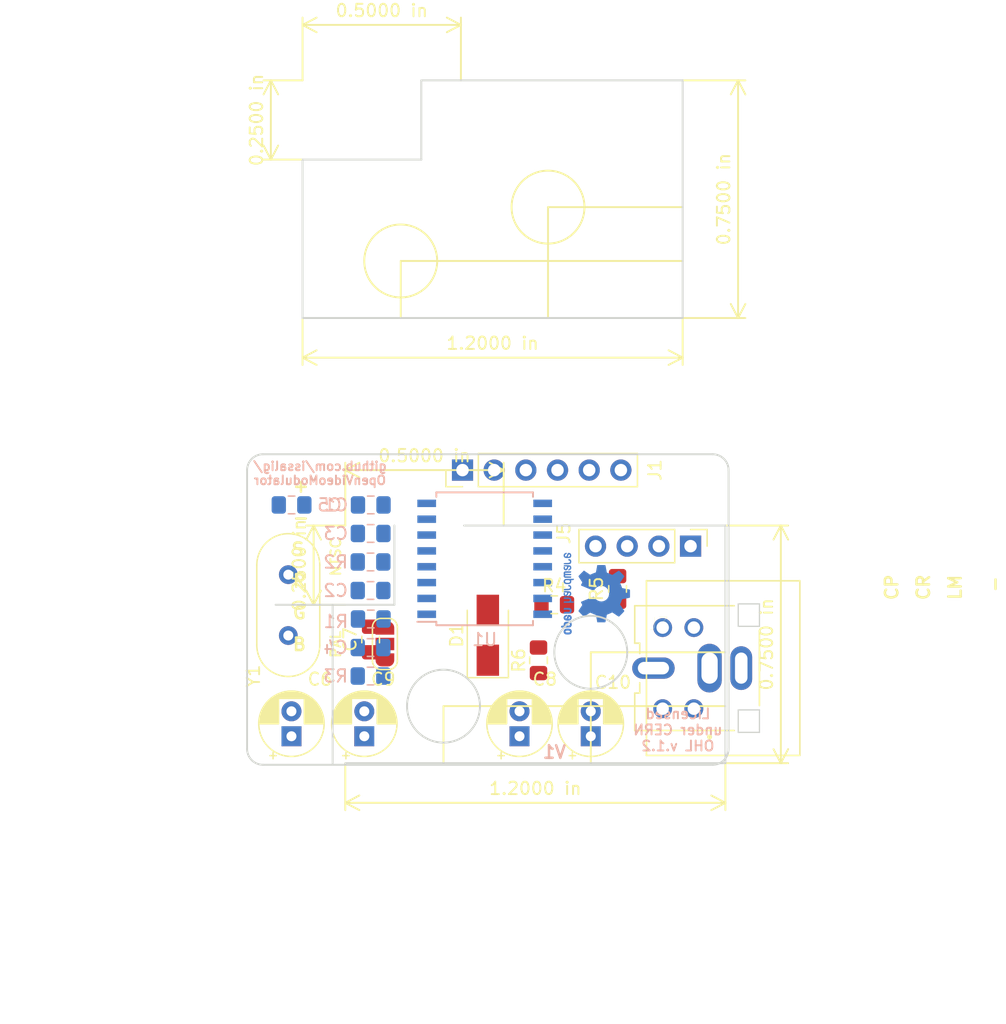
<source format=kicad_pcb>
(kicad_pcb (version 20171130) (host pcbnew 5.1.5+dfsg1-2build2)

  (general
    (thickness 1.6)
    (drawings 57)
    (tracks 0)
    (zones 0)
    (modules 25)
    (nets 21)
  )

  (page A4)
  (title_block
    (title OpenVideoModulator)
    (date 2019-03-21)
    (rev 1)
    (company SukkoPera)
    (comment 1 "Thanks to CPCWiki")
    (comment 2 http://www.cpcwiki.eu/index.php/RGB_SVideo)
    (comment 3 "Licensed under CERN OHL v.1.2")
  )

  (layers
    (0 F.Cu signal)
    (31 B.Cu signal)
    (36 B.SilkS user)
    (37 F.SilkS user)
    (38 B.Mask user)
    (39 F.Mask user)
    (44 Edge.Cuts user)
    (45 Margin user)
    (46 B.CrtYd user)
    (47 F.CrtYd user hide)
    (49 F.Fab user)
  )

  (setup
    (last_trace_width 0.25)
    (trace_clearance 0.2)
    (zone_clearance 0.1)
    (zone_45_only yes)
    (trace_min 0.2)
    (via_size 0.6)
    (via_drill 0.4)
    (via_min_size 0.4)
    (via_min_drill 0.3)
    (uvia_size 0.3)
    (uvia_drill 0.1)
    (uvias_allowed no)
    (uvia_min_size 0.2)
    (uvia_min_drill 0.1)
    (edge_width 0.15)
    (segment_width 0.2)
    (pcb_text_width 0.3)
    (pcb_text_size 1.5 1.5)
    (mod_edge_width 0.15)
    (mod_text_size 1 1)
    (mod_text_width 0.15)
    (pad_size 1.524 1.524)
    (pad_drill 0.762)
    (pad_to_mask_clearance 0)
    (solder_mask_min_width 0.2)
    (aux_axis_origin 0 0)
    (visible_elements FFFFF77F)
    (pcbplotparams
      (layerselection 0x010f0_ffffffff)
      (usegerberextensions false)
      (usegerberattributes false)
      (usegerberadvancedattributes false)
      (creategerberjobfile false)
      (excludeedgelayer true)
      (linewidth 0.100000)
      (plotframeref false)
      (viasonmask true)
      (mode 1)
      (useauxorigin false)
      (hpglpennumber 1)
      (hpglpenspeed 20)
      (hpglpendiameter 15.000000)
      (psnegative false)
      (psa4output false)
      (plotreference true)
      (plotvalue true)
      (plotinvisibletext false)
      (padsonsilk false)
      (subtractmaskfromsilk false)
      (outputformat 1)
      (mirror false)
      (drillshape 0)
      (scaleselection 1)
      (outputdirectory "gerbers"))
  )

  (net 0 "")
  (net 1 "Net-(C1-Pad1)")
  (net 2 GND)
  (net 3 "Net-(C2-Pad1)")
  (net 4 /red_in)
  (net 5 "Net-(C3-Pad1)")
  (net 6 /green_in)
  (net 7 /blue_in)
  (net 8 "Net-(C4-Pad1)")
  (net 9 VAA)
  (net 10 "Net-(C8-Pad1)")
  (net 11 "Net-(C8-Pad2)")
  (net 12 "Net-(C9-Pad2)")
  (net 13 "Net-(C9-Pad1)")
  (net 14 "Net-(C10-Pad1)")
  (net 15 "Net-(C10-Pad2)")
  (net 16 /sync_in)
  (net 17 "Net-(JP1-Pad2)")
  (net 18 COMP)
  (net 19 CRMA)
  (net 20 LUMA)

  (net_class Default "This is the default net class."
    (clearance 0.2)
    (trace_width 0.25)
    (via_dia 0.6)
    (via_drill 0.4)
    (uvia_dia 0.3)
    (uvia_drill 0.1)
    (add_net /blue_in)
    (add_net /green_in)
    (add_net /red_in)
    (add_net /sync_in)
    (add_net COMP)
    (add_net CRMA)
    (add_net LUMA)
    (add_net "Net-(C1-Pad1)")
    (add_net "Net-(C10-Pad1)")
    (add_net "Net-(C10-Pad2)")
    (add_net "Net-(C2-Pad1)")
    (add_net "Net-(C3-Pad1)")
    (add_net "Net-(C4-Pad1)")
    (add_net "Net-(C8-Pad1)")
    (add_net "Net-(C8-Pad2)")
    (add_net "Net-(C9-Pad1)")
    (add_net "Net-(C9-Pad2)")
    (add_net "Net-(JP1-Pad2)")
  )

  (net_class Power ""
    (clearance 0.2)
    (trace_width 0.5)
    (via_dia 0.8)
    (via_drill 0.6)
    (uvia_dia 0.3)
    (uvia_drill 0.1)
    (add_net GND)
    (add_net VAA)
  )

  (module Connector_PinHeader_2.54mm:PinHeader_1x04_P2.54mm_Vertical (layer F.Cu) (tedit 59FED5CC) (tstamp 6045B3E9)
    (at 149.606 56.896 270)
    (descr "Through hole straight pin header, 1x04, 2.54mm pitch, single row")
    (tags "Through hole pin header THT 1x04 2.54mm single row")
    (path /6061879C)
    (fp_text reference J5 (at -1.016 10.16 90) (layer F.SilkS)
      (effects (font (size 1 1) (thickness 0.15)))
    )
    (fp_text value Conn_01x04_Male (at 0 9.95 90) (layer F.Fab)
      (effects (font (size 1 1) (thickness 0.15)))
    )
    (fp_text user %R (at 0 3.81) (layer F.Fab)
      (effects (font (size 1 1) (thickness 0.15)))
    )
    (fp_line (start 1.8 -1.8) (end -1.8 -1.8) (layer F.CrtYd) (width 0.05))
    (fp_line (start 1.8 9.4) (end 1.8 -1.8) (layer F.CrtYd) (width 0.05))
    (fp_line (start -1.8 9.4) (end 1.8 9.4) (layer F.CrtYd) (width 0.05))
    (fp_line (start -1.8 -1.8) (end -1.8 9.4) (layer F.CrtYd) (width 0.05))
    (fp_line (start -1.33 -1.33) (end 0 -1.33) (layer F.SilkS) (width 0.12))
    (fp_line (start -1.33 0) (end -1.33 -1.33) (layer F.SilkS) (width 0.12))
    (fp_line (start -1.33 1.27) (end 1.33 1.27) (layer F.SilkS) (width 0.12))
    (fp_line (start 1.33 1.27) (end 1.33 8.95) (layer F.SilkS) (width 0.12))
    (fp_line (start -1.33 1.27) (end -1.33 8.95) (layer F.SilkS) (width 0.12))
    (fp_line (start -1.33 8.95) (end 1.33 8.95) (layer F.SilkS) (width 0.12))
    (fp_line (start -1.27 -0.635) (end -0.635 -1.27) (layer F.Fab) (width 0.1))
    (fp_line (start -1.27 8.89) (end -1.27 -0.635) (layer F.Fab) (width 0.1))
    (fp_line (start 1.27 8.89) (end -1.27 8.89) (layer F.Fab) (width 0.1))
    (fp_line (start 1.27 -1.27) (end 1.27 8.89) (layer F.Fab) (width 0.1))
    (fp_line (start -0.635 -1.27) (end 1.27 -1.27) (layer F.Fab) (width 0.1))
    (pad 4 thru_hole oval (at 0 7.62 270) (size 1.7 1.7) (drill 1) (layers *.Cu *.Mask)
      (net 2 GND))
    (pad 3 thru_hole oval (at 0 5.08 270) (size 1.7 1.7) (drill 1) (layers *.Cu *.Mask)
      (net 20 LUMA))
    (pad 2 thru_hole oval (at 0 2.54 270) (size 1.7 1.7) (drill 1) (layers *.Cu *.Mask)
      (net 19 CRMA))
    (pad 1 thru_hole rect (at 0 0 270) (size 1.7 1.7) (drill 1) (layers *.Cu *.Mask)
      (net 18 COMP))
    (model ${KISYS3DMOD}/Connector_PinHeader_2.54mm.3dshapes/PinHeader_1x04_P2.54mm_Vertical.wrl
      (at (xyz 0 0 0))
      (scale (xyz 1 1 1))
      (rotate (xyz 0 0 0))
    )
  )

  (module Diode_SMD:D_SMA (layer F.Cu) (tedit 586432E5) (tstamp 6044DE65)
    (at 133.35 64.04 90)
    (descr "Diode SMA (DO-214AC)")
    (tags "Diode SMA (DO-214AC)")
    (path /6065679B)
    (attr smd)
    (fp_text reference D1 (at 0 -2.5 90) (layer F.SilkS)
      (effects (font (size 1 1) (thickness 0.15)))
    )
    (fp_text value 1N4001 (at 0 2.6 90) (layer F.Fab)
      (effects (font (size 1 1) (thickness 0.15)))
    )
    (fp_line (start -3.4 -1.65) (end 2 -1.65) (layer F.SilkS) (width 0.12))
    (fp_line (start -3.4 1.65) (end 2 1.65) (layer F.SilkS) (width 0.12))
    (fp_line (start -0.64944 0.00102) (end 0.50118 -0.79908) (layer F.Fab) (width 0.1))
    (fp_line (start -0.64944 0.00102) (end 0.50118 0.75032) (layer F.Fab) (width 0.1))
    (fp_line (start 0.50118 0.75032) (end 0.50118 -0.79908) (layer F.Fab) (width 0.1))
    (fp_line (start -0.64944 -0.79908) (end -0.64944 0.80112) (layer F.Fab) (width 0.1))
    (fp_line (start 0.50118 0.00102) (end 1.4994 0.00102) (layer F.Fab) (width 0.1))
    (fp_line (start -0.64944 0.00102) (end -1.55114 0.00102) (layer F.Fab) (width 0.1))
    (fp_line (start -3.5 1.75) (end -3.5 -1.75) (layer F.CrtYd) (width 0.05))
    (fp_line (start 3.5 1.75) (end -3.5 1.75) (layer F.CrtYd) (width 0.05))
    (fp_line (start 3.5 -1.75) (end 3.5 1.75) (layer F.CrtYd) (width 0.05))
    (fp_line (start -3.5 -1.75) (end 3.5 -1.75) (layer F.CrtYd) (width 0.05))
    (fp_line (start 2.3 -1.5) (end -2.3 -1.5) (layer F.Fab) (width 0.1))
    (fp_line (start 2.3 -1.5) (end 2.3 1.5) (layer F.Fab) (width 0.1))
    (fp_line (start -2.3 1.5) (end -2.3 -1.5) (layer F.Fab) (width 0.1))
    (fp_line (start 2.3 1.5) (end -2.3 1.5) (layer F.Fab) (width 0.1))
    (fp_line (start -3.4 -1.65) (end -3.4 1.65) (layer F.SilkS) (width 0.12))
    (fp_text user %R (at 0 -2.5 90) (layer F.Fab)
      (effects (font (size 1 1) (thickness 0.15)))
    )
    (pad 2 smd rect (at 2 0 90) (size 2.5 1.8) (layers F.Cu F.Paste F.Mask)
      (net 2 GND))
    (pad 1 smd rect (at -2 0 90) (size 2.5 1.8) (layers F.Cu F.Paste F.Mask)
      (net 9 VAA))
    (model ${KISYS3DMOD}/Diode_SMD.3dshapes/D_SMA.wrl
      (at (xyz 0 0 0))
      (scale (xyz 1 1 1))
      (rotate (xyz 0 0 0))
    )
  )

  (module Capacitor_THT:CP_Radial_D5.0mm_P2.00mm (layer F.Cu) (tedit 5AE50EF0) (tstamp 5CD61E61)
    (at 141.605 72.136 90)
    (descr "CP, Radial series, Radial, pin pitch=2.00mm, , diameter=5mm, Electrolytic Capacitor")
    (tags "CP Radial series Radial pin pitch 2.00mm  diameter 5mm Electrolytic Capacitor")
    (path /5C94CD3D)
    (fp_text reference C10 (at 4.318 1.778 180) (layer F.SilkS)
      (effects (font (size 1 1) (thickness 0.15)))
    )
    (fp_text value 220u (at 1 3.75 90) (layer F.Fab)
      (effects (font (size 1 1) (thickness 0.15)))
    )
    (fp_text user %R (at 1 0 90) (layer F.Fab)
      (effects (font (size 1 1) (thickness 0.15)))
    )
    (fp_line (start -1.554775 -1.725) (end -1.554775 -1.225) (layer F.SilkS) (width 0.12))
    (fp_line (start -1.804775 -1.475) (end -1.304775 -1.475) (layer F.SilkS) (width 0.12))
    (fp_line (start 3.601 -0.284) (end 3.601 0.284) (layer F.SilkS) (width 0.12))
    (fp_line (start 3.561 -0.518) (end 3.561 0.518) (layer F.SilkS) (width 0.12))
    (fp_line (start 3.521 -0.677) (end 3.521 0.677) (layer F.SilkS) (width 0.12))
    (fp_line (start 3.481 -0.805) (end 3.481 0.805) (layer F.SilkS) (width 0.12))
    (fp_line (start 3.441 -0.915) (end 3.441 0.915) (layer F.SilkS) (width 0.12))
    (fp_line (start 3.401 -1.011) (end 3.401 1.011) (layer F.SilkS) (width 0.12))
    (fp_line (start 3.361 -1.098) (end 3.361 1.098) (layer F.SilkS) (width 0.12))
    (fp_line (start 3.321 -1.178) (end 3.321 1.178) (layer F.SilkS) (width 0.12))
    (fp_line (start 3.281 -1.251) (end 3.281 1.251) (layer F.SilkS) (width 0.12))
    (fp_line (start 3.241 -1.319) (end 3.241 1.319) (layer F.SilkS) (width 0.12))
    (fp_line (start 3.201 -1.383) (end 3.201 1.383) (layer F.SilkS) (width 0.12))
    (fp_line (start 3.161 -1.443) (end 3.161 1.443) (layer F.SilkS) (width 0.12))
    (fp_line (start 3.121 -1.5) (end 3.121 1.5) (layer F.SilkS) (width 0.12))
    (fp_line (start 3.081 -1.554) (end 3.081 1.554) (layer F.SilkS) (width 0.12))
    (fp_line (start 3.041 -1.605) (end 3.041 1.605) (layer F.SilkS) (width 0.12))
    (fp_line (start 3.001 1.04) (end 3.001 1.653) (layer F.SilkS) (width 0.12))
    (fp_line (start 3.001 -1.653) (end 3.001 -1.04) (layer F.SilkS) (width 0.12))
    (fp_line (start 2.961 1.04) (end 2.961 1.699) (layer F.SilkS) (width 0.12))
    (fp_line (start 2.961 -1.699) (end 2.961 -1.04) (layer F.SilkS) (width 0.12))
    (fp_line (start 2.921 1.04) (end 2.921 1.743) (layer F.SilkS) (width 0.12))
    (fp_line (start 2.921 -1.743) (end 2.921 -1.04) (layer F.SilkS) (width 0.12))
    (fp_line (start 2.881 1.04) (end 2.881 1.785) (layer F.SilkS) (width 0.12))
    (fp_line (start 2.881 -1.785) (end 2.881 -1.04) (layer F.SilkS) (width 0.12))
    (fp_line (start 2.841 1.04) (end 2.841 1.826) (layer F.SilkS) (width 0.12))
    (fp_line (start 2.841 -1.826) (end 2.841 -1.04) (layer F.SilkS) (width 0.12))
    (fp_line (start 2.801 1.04) (end 2.801 1.864) (layer F.SilkS) (width 0.12))
    (fp_line (start 2.801 -1.864) (end 2.801 -1.04) (layer F.SilkS) (width 0.12))
    (fp_line (start 2.761 1.04) (end 2.761 1.901) (layer F.SilkS) (width 0.12))
    (fp_line (start 2.761 -1.901) (end 2.761 -1.04) (layer F.SilkS) (width 0.12))
    (fp_line (start 2.721 1.04) (end 2.721 1.937) (layer F.SilkS) (width 0.12))
    (fp_line (start 2.721 -1.937) (end 2.721 -1.04) (layer F.SilkS) (width 0.12))
    (fp_line (start 2.681 1.04) (end 2.681 1.971) (layer F.SilkS) (width 0.12))
    (fp_line (start 2.681 -1.971) (end 2.681 -1.04) (layer F.SilkS) (width 0.12))
    (fp_line (start 2.641 1.04) (end 2.641 2.004) (layer F.SilkS) (width 0.12))
    (fp_line (start 2.641 -2.004) (end 2.641 -1.04) (layer F.SilkS) (width 0.12))
    (fp_line (start 2.601 1.04) (end 2.601 2.035) (layer F.SilkS) (width 0.12))
    (fp_line (start 2.601 -2.035) (end 2.601 -1.04) (layer F.SilkS) (width 0.12))
    (fp_line (start 2.561 1.04) (end 2.561 2.065) (layer F.SilkS) (width 0.12))
    (fp_line (start 2.561 -2.065) (end 2.561 -1.04) (layer F.SilkS) (width 0.12))
    (fp_line (start 2.521 1.04) (end 2.521 2.095) (layer F.SilkS) (width 0.12))
    (fp_line (start 2.521 -2.095) (end 2.521 -1.04) (layer F.SilkS) (width 0.12))
    (fp_line (start 2.481 1.04) (end 2.481 2.122) (layer F.SilkS) (width 0.12))
    (fp_line (start 2.481 -2.122) (end 2.481 -1.04) (layer F.SilkS) (width 0.12))
    (fp_line (start 2.441 1.04) (end 2.441 2.149) (layer F.SilkS) (width 0.12))
    (fp_line (start 2.441 -2.149) (end 2.441 -1.04) (layer F.SilkS) (width 0.12))
    (fp_line (start 2.401 1.04) (end 2.401 2.175) (layer F.SilkS) (width 0.12))
    (fp_line (start 2.401 -2.175) (end 2.401 -1.04) (layer F.SilkS) (width 0.12))
    (fp_line (start 2.361 1.04) (end 2.361 2.2) (layer F.SilkS) (width 0.12))
    (fp_line (start 2.361 -2.2) (end 2.361 -1.04) (layer F.SilkS) (width 0.12))
    (fp_line (start 2.321 1.04) (end 2.321 2.224) (layer F.SilkS) (width 0.12))
    (fp_line (start 2.321 -2.224) (end 2.321 -1.04) (layer F.SilkS) (width 0.12))
    (fp_line (start 2.281 1.04) (end 2.281 2.247) (layer F.SilkS) (width 0.12))
    (fp_line (start 2.281 -2.247) (end 2.281 -1.04) (layer F.SilkS) (width 0.12))
    (fp_line (start 2.241 1.04) (end 2.241 2.268) (layer F.SilkS) (width 0.12))
    (fp_line (start 2.241 -2.268) (end 2.241 -1.04) (layer F.SilkS) (width 0.12))
    (fp_line (start 2.201 1.04) (end 2.201 2.29) (layer F.SilkS) (width 0.12))
    (fp_line (start 2.201 -2.29) (end 2.201 -1.04) (layer F.SilkS) (width 0.12))
    (fp_line (start 2.161 1.04) (end 2.161 2.31) (layer F.SilkS) (width 0.12))
    (fp_line (start 2.161 -2.31) (end 2.161 -1.04) (layer F.SilkS) (width 0.12))
    (fp_line (start 2.121 1.04) (end 2.121 2.329) (layer F.SilkS) (width 0.12))
    (fp_line (start 2.121 -2.329) (end 2.121 -1.04) (layer F.SilkS) (width 0.12))
    (fp_line (start 2.081 1.04) (end 2.081 2.348) (layer F.SilkS) (width 0.12))
    (fp_line (start 2.081 -2.348) (end 2.081 -1.04) (layer F.SilkS) (width 0.12))
    (fp_line (start 2.041 1.04) (end 2.041 2.365) (layer F.SilkS) (width 0.12))
    (fp_line (start 2.041 -2.365) (end 2.041 -1.04) (layer F.SilkS) (width 0.12))
    (fp_line (start 2.001 1.04) (end 2.001 2.382) (layer F.SilkS) (width 0.12))
    (fp_line (start 2.001 -2.382) (end 2.001 -1.04) (layer F.SilkS) (width 0.12))
    (fp_line (start 1.961 1.04) (end 1.961 2.398) (layer F.SilkS) (width 0.12))
    (fp_line (start 1.961 -2.398) (end 1.961 -1.04) (layer F.SilkS) (width 0.12))
    (fp_line (start 1.921 1.04) (end 1.921 2.414) (layer F.SilkS) (width 0.12))
    (fp_line (start 1.921 -2.414) (end 1.921 -1.04) (layer F.SilkS) (width 0.12))
    (fp_line (start 1.881 1.04) (end 1.881 2.428) (layer F.SilkS) (width 0.12))
    (fp_line (start 1.881 -2.428) (end 1.881 -1.04) (layer F.SilkS) (width 0.12))
    (fp_line (start 1.841 1.04) (end 1.841 2.442) (layer F.SilkS) (width 0.12))
    (fp_line (start 1.841 -2.442) (end 1.841 -1.04) (layer F.SilkS) (width 0.12))
    (fp_line (start 1.801 1.04) (end 1.801 2.455) (layer F.SilkS) (width 0.12))
    (fp_line (start 1.801 -2.455) (end 1.801 -1.04) (layer F.SilkS) (width 0.12))
    (fp_line (start 1.761 1.04) (end 1.761 2.468) (layer F.SilkS) (width 0.12))
    (fp_line (start 1.761 -2.468) (end 1.761 -1.04) (layer F.SilkS) (width 0.12))
    (fp_line (start 1.721 1.04) (end 1.721 2.48) (layer F.SilkS) (width 0.12))
    (fp_line (start 1.721 -2.48) (end 1.721 -1.04) (layer F.SilkS) (width 0.12))
    (fp_line (start 1.68 1.04) (end 1.68 2.491) (layer F.SilkS) (width 0.12))
    (fp_line (start 1.68 -2.491) (end 1.68 -1.04) (layer F.SilkS) (width 0.12))
    (fp_line (start 1.64 1.04) (end 1.64 2.501) (layer F.SilkS) (width 0.12))
    (fp_line (start 1.64 -2.501) (end 1.64 -1.04) (layer F.SilkS) (width 0.12))
    (fp_line (start 1.6 1.04) (end 1.6 2.511) (layer F.SilkS) (width 0.12))
    (fp_line (start 1.6 -2.511) (end 1.6 -1.04) (layer F.SilkS) (width 0.12))
    (fp_line (start 1.56 1.04) (end 1.56 2.52) (layer F.SilkS) (width 0.12))
    (fp_line (start 1.56 -2.52) (end 1.56 -1.04) (layer F.SilkS) (width 0.12))
    (fp_line (start 1.52 1.04) (end 1.52 2.528) (layer F.SilkS) (width 0.12))
    (fp_line (start 1.52 -2.528) (end 1.52 -1.04) (layer F.SilkS) (width 0.12))
    (fp_line (start 1.48 1.04) (end 1.48 2.536) (layer F.SilkS) (width 0.12))
    (fp_line (start 1.48 -2.536) (end 1.48 -1.04) (layer F.SilkS) (width 0.12))
    (fp_line (start 1.44 1.04) (end 1.44 2.543) (layer F.SilkS) (width 0.12))
    (fp_line (start 1.44 -2.543) (end 1.44 -1.04) (layer F.SilkS) (width 0.12))
    (fp_line (start 1.4 1.04) (end 1.4 2.55) (layer F.SilkS) (width 0.12))
    (fp_line (start 1.4 -2.55) (end 1.4 -1.04) (layer F.SilkS) (width 0.12))
    (fp_line (start 1.36 1.04) (end 1.36 2.556) (layer F.SilkS) (width 0.12))
    (fp_line (start 1.36 -2.556) (end 1.36 -1.04) (layer F.SilkS) (width 0.12))
    (fp_line (start 1.32 1.04) (end 1.32 2.561) (layer F.SilkS) (width 0.12))
    (fp_line (start 1.32 -2.561) (end 1.32 -1.04) (layer F.SilkS) (width 0.12))
    (fp_line (start 1.28 1.04) (end 1.28 2.565) (layer F.SilkS) (width 0.12))
    (fp_line (start 1.28 -2.565) (end 1.28 -1.04) (layer F.SilkS) (width 0.12))
    (fp_line (start 1.24 1.04) (end 1.24 2.569) (layer F.SilkS) (width 0.12))
    (fp_line (start 1.24 -2.569) (end 1.24 -1.04) (layer F.SilkS) (width 0.12))
    (fp_line (start 1.2 1.04) (end 1.2 2.573) (layer F.SilkS) (width 0.12))
    (fp_line (start 1.2 -2.573) (end 1.2 -1.04) (layer F.SilkS) (width 0.12))
    (fp_line (start 1.16 1.04) (end 1.16 2.576) (layer F.SilkS) (width 0.12))
    (fp_line (start 1.16 -2.576) (end 1.16 -1.04) (layer F.SilkS) (width 0.12))
    (fp_line (start 1.12 1.04) (end 1.12 2.578) (layer F.SilkS) (width 0.12))
    (fp_line (start 1.12 -2.578) (end 1.12 -1.04) (layer F.SilkS) (width 0.12))
    (fp_line (start 1.08 1.04) (end 1.08 2.579) (layer F.SilkS) (width 0.12))
    (fp_line (start 1.08 -2.579) (end 1.08 -1.04) (layer F.SilkS) (width 0.12))
    (fp_line (start 1.04 -2.58) (end 1.04 -1.04) (layer F.SilkS) (width 0.12))
    (fp_line (start 1.04 1.04) (end 1.04 2.58) (layer F.SilkS) (width 0.12))
    (fp_line (start 1 -2.58) (end 1 -1.04) (layer F.SilkS) (width 0.12))
    (fp_line (start 1 1.04) (end 1 2.58) (layer F.SilkS) (width 0.12))
    (fp_line (start -0.883605 -1.3375) (end -0.883605 -0.8375) (layer F.Fab) (width 0.1))
    (fp_line (start -1.133605 -1.0875) (end -0.633605 -1.0875) (layer F.Fab) (width 0.1))
    (fp_circle (center 1 0) (end 3.75 0) (layer F.CrtYd) (width 0.05))
    (fp_circle (center 1 0) (end 3.62 0) (layer F.SilkS) (width 0.12))
    (fp_circle (center 1 0) (end 3.5 0) (layer F.Fab) (width 0.1))
    (pad 2 thru_hole circle (at 2 0 90) (size 1.6 1.6) (drill 0.8) (layers *.Cu *.Mask)
      (net 15 "Net-(C10-Pad2)"))
    (pad 1 thru_hole rect (at 0 0 90) (size 1.6 1.6) (drill 0.8) (layers *.Cu *.Mask)
      (net 14 "Net-(C10-Pad1)"))
    (model ${KISYS3DMOD}/Capacitor_THT.3dshapes/CP_Radial_D5.0mm_P2.00mm.wrl
      (at (xyz 0 0 0))
      (scale (xyz 1 1 1))
      (rotate (xyz 0 0 0))
    )
  )

  (module Capacitor_THT:CP_Radial_D5.0mm_P2.00mm (layer F.Cu) (tedit 5AE50EF0) (tstamp 5CD61DCE)
    (at 123.444 72.136 90)
    (descr "CP, Radial series, Radial, pin pitch=2.00mm, , diameter=5mm, Electrolytic Capacitor")
    (tags "CP Radial series Radial pin pitch 2.00mm  diameter 5mm Electrolytic Capacitor")
    (path /5C9512E4)
    (fp_text reference C9 (at 4.572 1.524 180) (layer F.SilkS)
      (effects (font (size 1 1) (thickness 0.15)))
    )
    (fp_text value 220u (at 1 3.75 90) (layer F.Fab)
      (effects (font (size 1 1) (thickness 0.15)))
    )
    (fp_text user %R (at 1 0 90) (layer F.Fab)
      (effects (font (size 1 1) (thickness 0.15)))
    )
    (fp_line (start -1.554775 -1.725) (end -1.554775 -1.225) (layer F.SilkS) (width 0.12))
    (fp_line (start -1.804775 -1.475) (end -1.304775 -1.475) (layer F.SilkS) (width 0.12))
    (fp_line (start 3.601 -0.284) (end 3.601 0.284) (layer F.SilkS) (width 0.12))
    (fp_line (start 3.561 -0.518) (end 3.561 0.518) (layer F.SilkS) (width 0.12))
    (fp_line (start 3.521 -0.677) (end 3.521 0.677) (layer F.SilkS) (width 0.12))
    (fp_line (start 3.481 -0.805) (end 3.481 0.805) (layer F.SilkS) (width 0.12))
    (fp_line (start 3.441 -0.915) (end 3.441 0.915) (layer F.SilkS) (width 0.12))
    (fp_line (start 3.401 -1.011) (end 3.401 1.011) (layer F.SilkS) (width 0.12))
    (fp_line (start 3.361 -1.098) (end 3.361 1.098) (layer F.SilkS) (width 0.12))
    (fp_line (start 3.321 -1.178) (end 3.321 1.178) (layer F.SilkS) (width 0.12))
    (fp_line (start 3.281 -1.251) (end 3.281 1.251) (layer F.SilkS) (width 0.12))
    (fp_line (start 3.241 -1.319) (end 3.241 1.319) (layer F.SilkS) (width 0.12))
    (fp_line (start 3.201 -1.383) (end 3.201 1.383) (layer F.SilkS) (width 0.12))
    (fp_line (start 3.161 -1.443) (end 3.161 1.443) (layer F.SilkS) (width 0.12))
    (fp_line (start 3.121 -1.5) (end 3.121 1.5) (layer F.SilkS) (width 0.12))
    (fp_line (start 3.081 -1.554) (end 3.081 1.554) (layer F.SilkS) (width 0.12))
    (fp_line (start 3.041 -1.605) (end 3.041 1.605) (layer F.SilkS) (width 0.12))
    (fp_line (start 3.001 1.04) (end 3.001 1.653) (layer F.SilkS) (width 0.12))
    (fp_line (start 3.001 -1.653) (end 3.001 -1.04) (layer F.SilkS) (width 0.12))
    (fp_line (start 2.961 1.04) (end 2.961 1.699) (layer F.SilkS) (width 0.12))
    (fp_line (start 2.961 -1.699) (end 2.961 -1.04) (layer F.SilkS) (width 0.12))
    (fp_line (start 2.921 1.04) (end 2.921 1.743) (layer F.SilkS) (width 0.12))
    (fp_line (start 2.921 -1.743) (end 2.921 -1.04) (layer F.SilkS) (width 0.12))
    (fp_line (start 2.881 1.04) (end 2.881 1.785) (layer F.SilkS) (width 0.12))
    (fp_line (start 2.881 -1.785) (end 2.881 -1.04) (layer F.SilkS) (width 0.12))
    (fp_line (start 2.841 1.04) (end 2.841 1.826) (layer F.SilkS) (width 0.12))
    (fp_line (start 2.841 -1.826) (end 2.841 -1.04) (layer F.SilkS) (width 0.12))
    (fp_line (start 2.801 1.04) (end 2.801 1.864) (layer F.SilkS) (width 0.12))
    (fp_line (start 2.801 -1.864) (end 2.801 -1.04) (layer F.SilkS) (width 0.12))
    (fp_line (start 2.761 1.04) (end 2.761 1.901) (layer F.SilkS) (width 0.12))
    (fp_line (start 2.761 -1.901) (end 2.761 -1.04) (layer F.SilkS) (width 0.12))
    (fp_line (start 2.721 1.04) (end 2.721 1.937) (layer F.SilkS) (width 0.12))
    (fp_line (start 2.721 -1.937) (end 2.721 -1.04) (layer F.SilkS) (width 0.12))
    (fp_line (start 2.681 1.04) (end 2.681 1.971) (layer F.SilkS) (width 0.12))
    (fp_line (start 2.681 -1.971) (end 2.681 -1.04) (layer F.SilkS) (width 0.12))
    (fp_line (start 2.641 1.04) (end 2.641 2.004) (layer F.SilkS) (width 0.12))
    (fp_line (start 2.641 -2.004) (end 2.641 -1.04) (layer F.SilkS) (width 0.12))
    (fp_line (start 2.601 1.04) (end 2.601 2.035) (layer F.SilkS) (width 0.12))
    (fp_line (start 2.601 -2.035) (end 2.601 -1.04) (layer F.SilkS) (width 0.12))
    (fp_line (start 2.561 1.04) (end 2.561 2.065) (layer F.SilkS) (width 0.12))
    (fp_line (start 2.561 -2.065) (end 2.561 -1.04) (layer F.SilkS) (width 0.12))
    (fp_line (start 2.521 1.04) (end 2.521 2.095) (layer F.SilkS) (width 0.12))
    (fp_line (start 2.521 -2.095) (end 2.521 -1.04) (layer F.SilkS) (width 0.12))
    (fp_line (start 2.481 1.04) (end 2.481 2.122) (layer F.SilkS) (width 0.12))
    (fp_line (start 2.481 -2.122) (end 2.481 -1.04) (layer F.SilkS) (width 0.12))
    (fp_line (start 2.441 1.04) (end 2.441 2.149) (layer F.SilkS) (width 0.12))
    (fp_line (start 2.441 -2.149) (end 2.441 -1.04) (layer F.SilkS) (width 0.12))
    (fp_line (start 2.401 1.04) (end 2.401 2.175) (layer F.SilkS) (width 0.12))
    (fp_line (start 2.401 -2.175) (end 2.401 -1.04) (layer F.SilkS) (width 0.12))
    (fp_line (start 2.361 1.04) (end 2.361 2.2) (layer F.SilkS) (width 0.12))
    (fp_line (start 2.361 -2.2) (end 2.361 -1.04) (layer F.SilkS) (width 0.12))
    (fp_line (start 2.321 1.04) (end 2.321 2.224) (layer F.SilkS) (width 0.12))
    (fp_line (start 2.321 -2.224) (end 2.321 -1.04) (layer F.SilkS) (width 0.12))
    (fp_line (start 2.281 1.04) (end 2.281 2.247) (layer F.SilkS) (width 0.12))
    (fp_line (start 2.281 -2.247) (end 2.281 -1.04) (layer F.SilkS) (width 0.12))
    (fp_line (start 2.241 1.04) (end 2.241 2.268) (layer F.SilkS) (width 0.12))
    (fp_line (start 2.241 -2.268) (end 2.241 -1.04) (layer F.SilkS) (width 0.12))
    (fp_line (start 2.201 1.04) (end 2.201 2.29) (layer F.SilkS) (width 0.12))
    (fp_line (start 2.201 -2.29) (end 2.201 -1.04) (layer F.SilkS) (width 0.12))
    (fp_line (start 2.161 1.04) (end 2.161 2.31) (layer F.SilkS) (width 0.12))
    (fp_line (start 2.161 -2.31) (end 2.161 -1.04) (layer F.SilkS) (width 0.12))
    (fp_line (start 2.121 1.04) (end 2.121 2.329) (layer F.SilkS) (width 0.12))
    (fp_line (start 2.121 -2.329) (end 2.121 -1.04) (layer F.SilkS) (width 0.12))
    (fp_line (start 2.081 1.04) (end 2.081 2.348) (layer F.SilkS) (width 0.12))
    (fp_line (start 2.081 -2.348) (end 2.081 -1.04) (layer F.SilkS) (width 0.12))
    (fp_line (start 2.041 1.04) (end 2.041 2.365) (layer F.SilkS) (width 0.12))
    (fp_line (start 2.041 -2.365) (end 2.041 -1.04) (layer F.SilkS) (width 0.12))
    (fp_line (start 2.001 1.04) (end 2.001 2.382) (layer F.SilkS) (width 0.12))
    (fp_line (start 2.001 -2.382) (end 2.001 -1.04) (layer F.SilkS) (width 0.12))
    (fp_line (start 1.961 1.04) (end 1.961 2.398) (layer F.SilkS) (width 0.12))
    (fp_line (start 1.961 -2.398) (end 1.961 -1.04) (layer F.SilkS) (width 0.12))
    (fp_line (start 1.921 1.04) (end 1.921 2.414) (layer F.SilkS) (width 0.12))
    (fp_line (start 1.921 -2.414) (end 1.921 -1.04) (layer F.SilkS) (width 0.12))
    (fp_line (start 1.881 1.04) (end 1.881 2.428) (layer F.SilkS) (width 0.12))
    (fp_line (start 1.881 -2.428) (end 1.881 -1.04) (layer F.SilkS) (width 0.12))
    (fp_line (start 1.841 1.04) (end 1.841 2.442) (layer F.SilkS) (width 0.12))
    (fp_line (start 1.841 -2.442) (end 1.841 -1.04) (layer F.SilkS) (width 0.12))
    (fp_line (start 1.801 1.04) (end 1.801 2.455) (layer F.SilkS) (width 0.12))
    (fp_line (start 1.801 -2.455) (end 1.801 -1.04) (layer F.SilkS) (width 0.12))
    (fp_line (start 1.761 1.04) (end 1.761 2.468) (layer F.SilkS) (width 0.12))
    (fp_line (start 1.761 -2.468) (end 1.761 -1.04) (layer F.SilkS) (width 0.12))
    (fp_line (start 1.721 1.04) (end 1.721 2.48) (layer F.SilkS) (width 0.12))
    (fp_line (start 1.721 -2.48) (end 1.721 -1.04) (layer F.SilkS) (width 0.12))
    (fp_line (start 1.68 1.04) (end 1.68 2.491) (layer F.SilkS) (width 0.12))
    (fp_line (start 1.68 -2.491) (end 1.68 -1.04) (layer F.SilkS) (width 0.12))
    (fp_line (start 1.64 1.04) (end 1.64 2.501) (layer F.SilkS) (width 0.12))
    (fp_line (start 1.64 -2.501) (end 1.64 -1.04) (layer F.SilkS) (width 0.12))
    (fp_line (start 1.6 1.04) (end 1.6 2.511) (layer F.SilkS) (width 0.12))
    (fp_line (start 1.6 -2.511) (end 1.6 -1.04) (layer F.SilkS) (width 0.12))
    (fp_line (start 1.56 1.04) (end 1.56 2.52) (layer F.SilkS) (width 0.12))
    (fp_line (start 1.56 -2.52) (end 1.56 -1.04) (layer F.SilkS) (width 0.12))
    (fp_line (start 1.52 1.04) (end 1.52 2.528) (layer F.SilkS) (width 0.12))
    (fp_line (start 1.52 -2.528) (end 1.52 -1.04) (layer F.SilkS) (width 0.12))
    (fp_line (start 1.48 1.04) (end 1.48 2.536) (layer F.SilkS) (width 0.12))
    (fp_line (start 1.48 -2.536) (end 1.48 -1.04) (layer F.SilkS) (width 0.12))
    (fp_line (start 1.44 1.04) (end 1.44 2.543) (layer F.SilkS) (width 0.12))
    (fp_line (start 1.44 -2.543) (end 1.44 -1.04) (layer F.SilkS) (width 0.12))
    (fp_line (start 1.4 1.04) (end 1.4 2.55) (layer F.SilkS) (width 0.12))
    (fp_line (start 1.4 -2.55) (end 1.4 -1.04) (layer F.SilkS) (width 0.12))
    (fp_line (start 1.36 1.04) (end 1.36 2.556) (layer F.SilkS) (width 0.12))
    (fp_line (start 1.36 -2.556) (end 1.36 -1.04) (layer F.SilkS) (width 0.12))
    (fp_line (start 1.32 1.04) (end 1.32 2.561) (layer F.SilkS) (width 0.12))
    (fp_line (start 1.32 -2.561) (end 1.32 -1.04) (layer F.SilkS) (width 0.12))
    (fp_line (start 1.28 1.04) (end 1.28 2.565) (layer F.SilkS) (width 0.12))
    (fp_line (start 1.28 -2.565) (end 1.28 -1.04) (layer F.SilkS) (width 0.12))
    (fp_line (start 1.24 1.04) (end 1.24 2.569) (layer F.SilkS) (width 0.12))
    (fp_line (start 1.24 -2.569) (end 1.24 -1.04) (layer F.SilkS) (width 0.12))
    (fp_line (start 1.2 1.04) (end 1.2 2.573) (layer F.SilkS) (width 0.12))
    (fp_line (start 1.2 -2.573) (end 1.2 -1.04) (layer F.SilkS) (width 0.12))
    (fp_line (start 1.16 1.04) (end 1.16 2.576) (layer F.SilkS) (width 0.12))
    (fp_line (start 1.16 -2.576) (end 1.16 -1.04) (layer F.SilkS) (width 0.12))
    (fp_line (start 1.12 1.04) (end 1.12 2.578) (layer F.SilkS) (width 0.12))
    (fp_line (start 1.12 -2.578) (end 1.12 -1.04) (layer F.SilkS) (width 0.12))
    (fp_line (start 1.08 1.04) (end 1.08 2.579) (layer F.SilkS) (width 0.12))
    (fp_line (start 1.08 -2.579) (end 1.08 -1.04) (layer F.SilkS) (width 0.12))
    (fp_line (start 1.04 -2.58) (end 1.04 -1.04) (layer F.SilkS) (width 0.12))
    (fp_line (start 1.04 1.04) (end 1.04 2.58) (layer F.SilkS) (width 0.12))
    (fp_line (start 1 -2.58) (end 1 -1.04) (layer F.SilkS) (width 0.12))
    (fp_line (start 1 1.04) (end 1 2.58) (layer F.SilkS) (width 0.12))
    (fp_line (start -0.883605 -1.3375) (end -0.883605 -0.8375) (layer F.Fab) (width 0.1))
    (fp_line (start -1.133605 -1.0875) (end -0.633605 -1.0875) (layer F.Fab) (width 0.1))
    (fp_circle (center 1 0) (end 3.75 0) (layer F.CrtYd) (width 0.05))
    (fp_circle (center 1 0) (end 3.62 0) (layer F.SilkS) (width 0.12))
    (fp_circle (center 1 0) (end 3.5 0) (layer F.Fab) (width 0.1))
    (pad 2 thru_hole circle (at 2 0 90) (size 1.6 1.6) (drill 0.8) (layers *.Cu *.Mask)
      (net 12 "Net-(C9-Pad2)"))
    (pad 1 thru_hole rect (at 0 0 90) (size 1.6 1.6) (drill 0.8) (layers *.Cu *.Mask)
      (net 13 "Net-(C9-Pad1)"))
    (model ${KISYS3DMOD}/Capacitor_THT.3dshapes/CP_Radial_D5.0mm_P2.00mm.wrl
      (at (xyz 0 0 0))
      (scale (xyz 1 1 1))
      (rotate (xyz 0 0 0))
    )
  )

  (module Capacitor_THT:CP_Radial_D5.0mm_P2.00mm (layer F.Cu) (tedit 5AE50EF0) (tstamp 5CD61D3B)
    (at 135.89 72.136 90)
    (descr "CP, Radial series, Radial, pin pitch=2.00mm, , diameter=5mm, Electrolytic Capacitor")
    (tags "CP Radial series Radial pin pitch 2.00mm  diameter 5mm Electrolytic Capacitor")
    (path /5C95347F)
    (fp_text reference C8 (at 4.572 2.032 180) (layer F.SilkS)
      (effects (font (size 1 1) (thickness 0.15)))
    )
    (fp_text value 220u (at 1 3.75 90) (layer F.Fab)
      (effects (font (size 1 1) (thickness 0.15)))
    )
    (fp_text user %R (at 1 0 90) (layer F.Fab)
      (effects (font (size 1 1) (thickness 0.15)))
    )
    (fp_line (start -1.554775 -1.725) (end -1.554775 -1.225) (layer F.SilkS) (width 0.12))
    (fp_line (start -1.804775 -1.475) (end -1.304775 -1.475) (layer F.SilkS) (width 0.12))
    (fp_line (start 3.601 -0.284) (end 3.601 0.284) (layer F.SilkS) (width 0.12))
    (fp_line (start 3.561 -0.518) (end 3.561 0.518) (layer F.SilkS) (width 0.12))
    (fp_line (start 3.521 -0.677) (end 3.521 0.677) (layer F.SilkS) (width 0.12))
    (fp_line (start 3.481 -0.805) (end 3.481 0.805) (layer F.SilkS) (width 0.12))
    (fp_line (start 3.441 -0.915) (end 3.441 0.915) (layer F.SilkS) (width 0.12))
    (fp_line (start 3.401 -1.011) (end 3.401 1.011) (layer F.SilkS) (width 0.12))
    (fp_line (start 3.361 -1.098) (end 3.361 1.098) (layer F.SilkS) (width 0.12))
    (fp_line (start 3.321 -1.178) (end 3.321 1.178) (layer F.SilkS) (width 0.12))
    (fp_line (start 3.281 -1.251) (end 3.281 1.251) (layer F.SilkS) (width 0.12))
    (fp_line (start 3.241 -1.319) (end 3.241 1.319) (layer F.SilkS) (width 0.12))
    (fp_line (start 3.201 -1.383) (end 3.201 1.383) (layer F.SilkS) (width 0.12))
    (fp_line (start 3.161 -1.443) (end 3.161 1.443) (layer F.SilkS) (width 0.12))
    (fp_line (start 3.121 -1.5) (end 3.121 1.5) (layer F.SilkS) (width 0.12))
    (fp_line (start 3.081 -1.554) (end 3.081 1.554) (layer F.SilkS) (width 0.12))
    (fp_line (start 3.041 -1.605) (end 3.041 1.605) (layer F.SilkS) (width 0.12))
    (fp_line (start 3.001 1.04) (end 3.001 1.653) (layer F.SilkS) (width 0.12))
    (fp_line (start 3.001 -1.653) (end 3.001 -1.04) (layer F.SilkS) (width 0.12))
    (fp_line (start 2.961 1.04) (end 2.961 1.699) (layer F.SilkS) (width 0.12))
    (fp_line (start 2.961 -1.699) (end 2.961 -1.04) (layer F.SilkS) (width 0.12))
    (fp_line (start 2.921 1.04) (end 2.921 1.743) (layer F.SilkS) (width 0.12))
    (fp_line (start 2.921 -1.743) (end 2.921 -1.04) (layer F.SilkS) (width 0.12))
    (fp_line (start 2.881 1.04) (end 2.881 1.785) (layer F.SilkS) (width 0.12))
    (fp_line (start 2.881 -1.785) (end 2.881 -1.04) (layer F.SilkS) (width 0.12))
    (fp_line (start 2.841 1.04) (end 2.841 1.826) (layer F.SilkS) (width 0.12))
    (fp_line (start 2.841 -1.826) (end 2.841 -1.04) (layer F.SilkS) (width 0.12))
    (fp_line (start 2.801 1.04) (end 2.801 1.864) (layer F.SilkS) (width 0.12))
    (fp_line (start 2.801 -1.864) (end 2.801 -1.04) (layer F.SilkS) (width 0.12))
    (fp_line (start 2.761 1.04) (end 2.761 1.901) (layer F.SilkS) (width 0.12))
    (fp_line (start 2.761 -1.901) (end 2.761 -1.04) (layer F.SilkS) (width 0.12))
    (fp_line (start 2.721 1.04) (end 2.721 1.937) (layer F.SilkS) (width 0.12))
    (fp_line (start 2.721 -1.937) (end 2.721 -1.04) (layer F.SilkS) (width 0.12))
    (fp_line (start 2.681 1.04) (end 2.681 1.971) (layer F.SilkS) (width 0.12))
    (fp_line (start 2.681 -1.971) (end 2.681 -1.04) (layer F.SilkS) (width 0.12))
    (fp_line (start 2.641 1.04) (end 2.641 2.004) (layer F.SilkS) (width 0.12))
    (fp_line (start 2.641 -2.004) (end 2.641 -1.04) (layer F.SilkS) (width 0.12))
    (fp_line (start 2.601 1.04) (end 2.601 2.035) (layer F.SilkS) (width 0.12))
    (fp_line (start 2.601 -2.035) (end 2.601 -1.04) (layer F.SilkS) (width 0.12))
    (fp_line (start 2.561 1.04) (end 2.561 2.065) (layer F.SilkS) (width 0.12))
    (fp_line (start 2.561 -2.065) (end 2.561 -1.04) (layer F.SilkS) (width 0.12))
    (fp_line (start 2.521 1.04) (end 2.521 2.095) (layer F.SilkS) (width 0.12))
    (fp_line (start 2.521 -2.095) (end 2.521 -1.04) (layer F.SilkS) (width 0.12))
    (fp_line (start 2.481 1.04) (end 2.481 2.122) (layer F.SilkS) (width 0.12))
    (fp_line (start 2.481 -2.122) (end 2.481 -1.04) (layer F.SilkS) (width 0.12))
    (fp_line (start 2.441 1.04) (end 2.441 2.149) (layer F.SilkS) (width 0.12))
    (fp_line (start 2.441 -2.149) (end 2.441 -1.04) (layer F.SilkS) (width 0.12))
    (fp_line (start 2.401 1.04) (end 2.401 2.175) (layer F.SilkS) (width 0.12))
    (fp_line (start 2.401 -2.175) (end 2.401 -1.04) (layer F.SilkS) (width 0.12))
    (fp_line (start 2.361 1.04) (end 2.361 2.2) (layer F.SilkS) (width 0.12))
    (fp_line (start 2.361 -2.2) (end 2.361 -1.04) (layer F.SilkS) (width 0.12))
    (fp_line (start 2.321 1.04) (end 2.321 2.224) (layer F.SilkS) (width 0.12))
    (fp_line (start 2.321 -2.224) (end 2.321 -1.04) (layer F.SilkS) (width 0.12))
    (fp_line (start 2.281 1.04) (end 2.281 2.247) (layer F.SilkS) (width 0.12))
    (fp_line (start 2.281 -2.247) (end 2.281 -1.04) (layer F.SilkS) (width 0.12))
    (fp_line (start 2.241 1.04) (end 2.241 2.268) (layer F.SilkS) (width 0.12))
    (fp_line (start 2.241 -2.268) (end 2.241 -1.04) (layer F.SilkS) (width 0.12))
    (fp_line (start 2.201 1.04) (end 2.201 2.29) (layer F.SilkS) (width 0.12))
    (fp_line (start 2.201 -2.29) (end 2.201 -1.04) (layer F.SilkS) (width 0.12))
    (fp_line (start 2.161 1.04) (end 2.161 2.31) (layer F.SilkS) (width 0.12))
    (fp_line (start 2.161 -2.31) (end 2.161 -1.04) (layer F.SilkS) (width 0.12))
    (fp_line (start 2.121 1.04) (end 2.121 2.329) (layer F.SilkS) (width 0.12))
    (fp_line (start 2.121 -2.329) (end 2.121 -1.04) (layer F.SilkS) (width 0.12))
    (fp_line (start 2.081 1.04) (end 2.081 2.348) (layer F.SilkS) (width 0.12))
    (fp_line (start 2.081 -2.348) (end 2.081 -1.04) (layer F.SilkS) (width 0.12))
    (fp_line (start 2.041 1.04) (end 2.041 2.365) (layer F.SilkS) (width 0.12))
    (fp_line (start 2.041 -2.365) (end 2.041 -1.04) (layer F.SilkS) (width 0.12))
    (fp_line (start 2.001 1.04) (end 2.001 2.382) (layer F.SilkS) (width 0.12))
    (fp_line (start 2.001 -2.382) (end 2.001 -1.04) (layer F.SilkS) (width 0.12))
    (fp_line (start 1.961 1.04) (end 1.961 2.398) (layer F.SilkS) (width 0.12))
    (fp_line (start 1.961 -2.398) (end 1.961 -1.04) (layer F.SilkS) (width 0.12))
    (fp_line (start 1.921 1.04) (end 1.921 2.414) (layer F.SilkS) (width 0.12))
    (fp_line (start 1.921 -2.414) (end 1.921 -1.04) (layer F.SilkS) (width 0.12))
    (fp_line (start 1.881 1.04) (end 1.881 2.428) (layer F.SilkS) (width 0.12))
    (fp_line (start 1.881 -2.428) (end 1.881 -1.04) (layer F.SilkS) (width 0.12))
    (fp_line (start 1.841 1.04) (end 1.841 2.442) (layer F.SilkS) (width 0.12))
    (fp_line (start 1.841 -2.442) (end 1.841 -1.04) (layer F.SilkS) (width 0.12))
    (fp_line (start 1.801 1.04) (end 1.801 2.455) (layer F.SilkS) (width 0.12))
    (fp_line (start 1.801 -2.455) (end 1.801 -1.04) (layer F.SilkS) (width 0.12))
    (fp_line (start 1.761 1.04) (end 1.761 2.468) (layer F.SilkS) (width 0.12))
    (fp_line (start 1.761 -2.468) (end 1.761 -1.04) (layer F.SilkS) (width 0.12))
    (fp_line (start 1.721 1.04) (end 1.721 2.48) (layer F.SilkS) (width 0.12))
    (fp_line (start 1.721 -2.48) (end 1.721 -1.04) (layer F.SilkS) (width 0.12))
    (fp_line (start 1.68 1.04) (end 1.68 2.491) (layer F.SilkS) (width 0.12))
    (fp_line (start 1.68 -2.491) (end 1.68 -1.04) (layer F.SilkS) (width 0.12))
    (fp_line (start 1.64 1.04) (end 1.64 2.501) (layer F.SilkS) (width 0.12))
    (fp_line (start 1.64 -2.501) (end 1.64 -1.04) (layer F.SilkS) (width 0.12))
    (fp_line (start 1.6 1.04) (end 1.6 2.511) (layer F.SilkS) (width 0.12))
    (fp_line (start 1.6 -2.511) (end 1.6 -1.04) (layer F.SilkS) (width 0.12))
    (fp_line (start 1.56 1.04) (end 1.56 2.52) (layer F.SilkS) (width 0.12))
    (fp_line (start 1.56 -2.52) (end 1.56 -1.04) (layer F.SilkS) (width 0.12))
    (fp_line (start 1.52 1.04) (end 1.52 2.528) (layer F.SilkS) (width 0.12))
    (fp_line (start 1.52 -2.528) (end 1.52 -1.04) (layer F.SilkS) (width 0.12))
    (fp_line (start 1.48 1.04) (end 1.48 2.536) (layer F.SilkS) (width 0.12))
    (fp_line (start 1.48 -2.536) (end 1.48 -1.04) (layer F.SilkS) (width 0.12))
    (fp_line (start 1.44 1.04) (end 1.44 2.543) (layer F.SilkS) (width 0.12))
    (fp_line (start 1.44 -2.543) (end 1.44 -1.04) (layer F.SilkS) (width 0.12))
    (fp_line (start 1.4 1.04) (end 1.4 2.55) (layer F.SilkS) (width 0.12))
    (fp_line (start 1.4 -2.55) (end 1.4 -1.04) (layer F.SilkS) (width 0.12))
    (fp_line (start 1.36 1.04) (end 1.36 2.556) (layer F.SilkS) (width 0.12))
    (fp_line (start 1.36 -2.556) (end 1.36 -1.04) (layer F.SilkS) (width 0.12))
    (fp_line (start 1.32 1.04) (end 1.32 2.561) (layer F.SilkS) (width 0.12))
    (fp_line (start 1.32 -2.561) (end 1.32 -1.04) (layer F.SilkS) (width 0.12))
    (fp_line (start 1.28 1.04) (end 1.28 2.565) (layer F.SilkS) (width 0.12))
    (fp_line (start 1.28 -2.565) (end 1.28 -1.04) (layer F.SilkS) (width 0.12))
    (fp_line (start 1.24 1.04) (end 1.24 2.569) (layer F.SilkS) (width 0.12))
    (fp_line (start 1.24 -2.569) (end 1.24 -1.04) (layer F.SilkS) (width 0.12))
    (fp_line (start 1.2 1.04) (end 1.2 2.573) (layer F.SilkS) (width 0.12))
    (fp_line (start 1.2 -2.573) (end 1.2 -1.04) (layer F.SilkS) (width 0.12))
    (fp_line (start 1.16 1.04) (end 1.16 2.576) (layer F.SilkS) (width 0.12))
    (fp_line (start 1.16 -2.576) (end 1.16 -1.04) (layer F.SilkS) (width 0.12))
    (fp_line (start 1.12 1.04) (end 1.12 2.578) (layer F.SilkS) (width 0.12))
    (fp_line (start 1.12 -2.578) (end 1.12 -1.04) (layer F.SilkS) (width 0.12))
    (fp_line (start 1.08 1.04) (end 1.08 2.579) (layer F.SilkS) (width 0.12))
    (fp_line (start 1.08 -2.579) (end 1.08 -1.04) (layer F.SilkS) (width 0.12))
    (fp_line (start 1.04 -2.58) (end 1.04 -1.04) (layer F.SilkS) (width 0.12))
    (fp_line (start 1.04 1.04) (end 1.04 2.58) (layer F.SilkS) (width 0.12))
    (fp_line (start 1 -2.58) (end 1 -1.04) (layer F.SilkS) (width 0.12))
    (fp_line (start 1 1.04) (end 1 2.58) (layer F.SilkS) (width 0.12))
    (fp_line (start -0.883605 -1.3375) (end -0.883605 -0.8375) (layer F.Fab) (width 0.1))
    (fp_line (start -1.133605 -1.0875) (end -0.633605 -1.0875) (layer F.Fab) (width 0.1))
    (fp_circle (center 1 0) (end 3.75 0) (layer F.CrtYd) (width 0.05))
    (fp_circle (center 1 0) (end 3.62 0) (layer F.SilkS) (width 0.12))
    (fp_circle (center 1 0) (end 3.5 0) (layer F.Fab) (width 0.1))
    (pad 2 thru_hole circle (at 2 0 90) (size 1.6 1.6) (drill 0.8) (layers *.Cu *.Mask)
      (net 11 "Net-(C8-Pad2)"))
    (pad 1 thru_hole rect (at 0 0 90) (size 1.6 1.6) (drill 0.8) (layers *.Cu *.Mask)
      (net 10 "Net-(C8-Pad1)"))
    (model ${KISYS3DMOD}/Capacitor_THT.3dshapes/CP_Radial_D5.0mm_P2.00mm.wrl
      (at (xyz 0 0 0))
      (scale (xyz 1 1 1))
      (rotate (xyz 0 0 0))
    )
  )

  (module Capacitor_SMD:C_0805_2012Metric_Pad1.15x1.40mm_HandSolder (layer F.Cu) (tedit 5B36C52B) (tstamp 60456D31)
    (at 123.952 64.38 90)
    (descr "Capacitor SMD 0805 (2012 Metric), square (rectangular) end terminal, IPC_7351 nominal with elongated pad for handsoldering. (Body size source: https://docs.google.com/spreadsheets/d/1BsfQQcO9C6DZCsRaXUlFlo91Tg2WpOkGARC1WS5S8t0/edit?usp=sharing), generated with kicad-footprint-generator")
    (tags "capacitor handsolder")
    (path /5C97776E)
    (attr smd)
    (fp_text reference C7 (at 0 -1.65 90) (layer F.SilkS)
      (effects (font (size 1 1) (thickness 0.15)))
    )
    (fp_text value 100n (at 0 1.65 90) (layer F.Fab)
      (effects (font (size 1 1) (thickness 0.15)))
    )
    (fp_text user %R (at 0 0 90) (layer F.Fab)
      (effects (font (size 0.5 0.5) (thickness 0.08)))
    )
    (fp_line (start 1.85 0.95) (end -1.85 0.95) (layer F.CrtYd) (width 0.05))
    (fp_line (start 1.85 -0.95) (end 1.85 0.95) (layer F.CrtYd) (width 0.05))
    (fp_line (start -1.85 -0.95) (end 1.85 -0.95) (layer F.CrtYd) (width 0.05))
    (fp_line (start -1.85 0.95) (end -1.85 -0.95) (layer F.CrtYd) (width 0.05))
    (fp_line (start -0.261252 0.71) (end 0.261252 0.71) (layer F.SilkS) (width 0.12))
    (fp_line (start -0.261252 -0.71) (end 0.261252 -0.71) (layer F.SilkS) (width 0.12))
    (fp_line (start 1 0.6) (end -1 0.6) (layer F.Fab) (width 0.1))
    (fp_line (start 1 -0.6) (end 1 0.6) (layer F.Fab) (width 0.1))
    (fp_line (start -1 -0.6) (end 1 -0.6) (layer F.Fab) (width 0.1))
    (fp_line (start -1 0.6) (end -1 -0.6) (layer F.Fab) (width 0.1))
    (pad 2 smd roundrect (at 1.025 0 90) (size 1.15 1.4) (layers F.Cu F.Paste F.Mask) (roundrect_rratio 0.217391)
      (net 9 VAA))
    (pad 1 smd roundrect (at -1.025 0 90) (size 1.15 1.4) (layers F.Cu F.Paste F.Mask) (roundrect_rratio 0.217391)
      (net 2 GND))
    (model ${KISYS3DMOD}/Capacitor_SMD.3dshapes/C_0805_2012Metric.wrl
      (at (xyz 0 0 0))
      (scale (xyz 1 1 1))
      (rotate (xyz 0 0 0))
    )
  )

  (module Capacitor_THT:CP_Radial_D5.0mm_P2.00mm (layer F.Cu) (tedit 5AE50EF0) (tstamp 60456DD6)
    (at 117.602 72.136 90)
    (descr "CP, Radial series, Radial, pin pitch=2.00mm, , diameter=5mm, Electrolytic Capacitor")
    (tags "CP Radial series Radial pin pitch 2.00mm  diameter 5mm Electrolytic Capacitor")
    (path /5C974FD6)
    (fp_text reference C6 (at 4.572 2.286 180) (layer F.SilkS)
      (effects (font (size 1 1) (thickness 0.15)))
    )
    (fp_text value 100u (at 1 3.75 90) (layer F.Fab)
      (effects (font (size 1 1) (thickness 0.15)))
    )
    (fp_text user %R (at 1 0 90) (layer F.Fab)
      (effects (font (size 1 1) (thickness 0.15)))
    )
    (fp_line (start -1.554775 -1.725) (end -1.554775 -1.225) (layer F.SilkS) (width 0.12))
    (fp_line (start -1.804775 -1.475) (end -1.304775 -1.475) (layer F.SilkS) (width 0.12))
    (fp_line (start 3.601 -0.284) (end 3.601 0.284) (layer F.SilkS) (width 0.12))
    (fp_line (start 3.561 -0.518) (end 3.561 0.518) (layer F.SilkS) (width 0.12))
    (fp_line (start 3.521 -0.677) (end 3.521 0.677) (layer F.SilkS) (width 0.12))
    (fp_line (start 3.481 -0.805) (end 3.481 0.805) (layer F.SilkS) (width 0.12))
    (fp_line (start 3.441 -0.915) (end 3.441 0.915) (layer F.SilkS) (width 0.12))
    (fp_line (start 3.401 -1.011) (end 3.401 1.011) (layer F.SilkS) (width 0.12))
    (fp_line (start 3.361 -1.098) (end 3.361 1.098) (layer F.SilkS) (width 0.12))
    (fp_line (start 3.321 -1.178) (end 3.321 1.178) (layer F.SilkS) (width 0.12))
    (fp_line (start 3.281 -1.251) (end 3.281 1.251) (layer F.SilkS) (width 0.12))
    (fp_line (start 3.241 -1.319) (end 3.241 1.319) (layer F.SilkS) (width 0.12))
    (fp_line (start 3.201 -1.383) (end 3.201 1.383) (layer F.SilkS) (width 0.12))
    (fp_line (start 3.161 -1.443) (end 3.161 1.443) (layer F.SilkS) (width 0.12))
    (fp_line (start 3.121 -1.5) (end 3.121 1.5) (layer F.SilkS) (width 0.12))
    (fp_line (start 3.081 -1.554) (end 3.081 1.554) (layer F.SilkS) (width 0.12))
    (fp_line (start 3.041 -1.605) (end 3.041 1.605) (layer F.SilkS) (width 0.12))
    (fp_line (start 3.001 1.04) (end 3.001 1.653) (layer F.SilkS) (width 0.12))
    (fp_line (start 3.001 -1.653) (end 3.001 -1.04) (layer F.SilkS) (width 0.12))
    (fp_line (start 2.961 1.04) (end 2.961 1.699) (layer F.SilkS) (width 0.12))
    (fp_line (start 2.961 -1.699) (end 2.961 -1.04) (layer F.SilkS) (width 0.12))
    (fp_line (start 2.921 1.04) (end 2.921 1.743) (layer F.SilkS) (width 0.12))
    (fp_line (start 2.921 -1.743) (end 2.921 -1.04) (layer F.SilkS) (width 0.12))
    (fp_line (start 2.881 1.04) (end 2.881 1.785) (layer F.SilkS) (width 0.12))
    (fp_line (start 2.881 -1.785) (end 2.881 -1.04) (layer F.SilkS) (width 0.12))
    (fp_line (start 2.841 1.04) (end 2.841 1.826) (layer F.SilkS) (width 0.12))
    (fp_line (start 2.841 -1.826) (end 2.841 -1.04) (layer F.SilkS) (width 0.12))
    (fp_line (start 2.801 1.04) (end 2.801 1.864) (layer F.SilkS) (width 0.12))
    (fp_line (start 2.801 -1.864) (end 2.801 -1.04) (layer F.SilkS) (width 0.12))
    (fp_line (start 2.761 1.04) (end 2.761 1.901) (layer F.SilkS) (width 0.12))
    (fp_line (start 2.761 -1.901) (end 2.761 -1.04) (layer F.SilkS) (width 0.12))
    (fp_line (start 2.721 1.04) (end 2.721 1.937) (layer F.SilkS) (width 0.12))
    (fp_line (start 2.721 -1.937) (end 2.721 -1.04) (layer F.SilkS) (width 0.12))
    (fp_line (start 2.681 1.04) (end 2.681 1.971) (layer F.SilkS) (width 0.12))
    (fp_line (start 2.681 -1.971) (end 2.681 -1.04) (layer F.SilkS) (width 0.12))
    (fp_line (start 2.641 1.04) (end 2.641 2.004) (layer F.SilkS) (width 0.12))
    (fp_line (start 2.641 -2.004) (end 2.641 -1.04) (layer F.SilkS) (width 0.12))
    (fp_line (start 2.601 1.04) (end 2.601 2.035) (layer F.SilkS) (width 0.12))
    (fp_line (start 2.601 -2.035) (end 2.601 -1.04) (layer F.SilkS) (width 0.12))
    (fp_line (start 2.561 1.04) (end 2.561 2.065) (layer F.SilkS) (width 0.12))
    (fp_line (start 2.561 -2.065) (end 2.561 -1.04) (layer F.SilkS) (width 0.12))
    (fp_line (start 2.521 1.04) (end 2.521 2.095) (layer F.SilkS) (width 0.12))
    (fp_line (start 2.521 -2.095) (end 2.521 -1.04) (layer F.SilkS) (width 0.12))
    (fp_line (start 2.481 1.04) (end 2.481 2.122) (layer F.SilkS) (width 0.12))
    (fp_line (start 2.481 -2.122) (end 2.481 -1.04) (layer F.SilkS) (width 0.12))
    (fp_line (start 2.441 1.04) (end 2.441 2.149) (layer F.SilkS) (width 0.12))
    (fp_line (start 2.441 -2.149) (end 2.441 -1.04) (layer F.SilkS) (width 0.12))
    (fp_line (start 2.401 1.04) (end 2.401 2.175) (layer F.SilkS) (width 0.12))
    (fp_line (start 2.401 -2.175) (end 2.401 -1.04) (layer F.SilkS) (width 0.12))
    (fp_line (start 2.361 1.04) (end 2.361 2.2) (layer F.SilkS) (width 0.12))
    (fp_line (start 2.361 -2.2) (end 2.361 -1.04) (layer F.SilkS) (width 0.12))
    (fp_line (start 2.321 1.04) (end 2.321 2.224) (layer F.SilkS) (width 0.12))
    (fp_line (start 2.321 -2.224) (end 2.321 -1.04) (layer F.SilkS) (width 0.12))
    (fp_line (start 2.281 1.04) (end 2.281 2.247) (layer F.SilkS) (width 0.12))
    (fp_line (start 2.281 -2.247) (end 2.281 -1.04) (layer F.SilkS) (width 0.12))
    (fp_line (start 2.241 1.04) (end 2.241 2.268) (layer F.SilkS) (width 0.12))
    (fp_line (start 2.241 -2.268) (end 2.241 -1.04) (layer F.SilkS) (width 0.12))
    (fp_line (start 2.201 1.04) (end 2.201 2.29) (layer F.SilkS) (width 0.12))
    (fp_line (start 2.201 -2.29) (end 2.201 -1.04) (layer F.SilkS) (width 0.12))
    (fp_line (start 2.161 1.04) (end 2.161 2.31) (layer F.SilkS) (width 0.12))
    (fp_line (start 2.161 -2.31) (end 2.161 -1.04) (layer F.SilkS) (width 0.12))
    (fp_line (start 2.121 1.04) (end 2.121 2.329) (layer F.SilkS) (width 0.12))
    (fp_line (start 2.121 -2.329) (end 2.121 -1.04) (layer F.SilkS) (width 0.12))
    (fp_line (start 2.081 1.04) (end 2.081 2.348) (layer F.SilkS) (width 0.12))
    (fp_line (start 2.081 -2.348) (end 2.081 -1.04) (layer F.SilkS) (width 0.12))
    (fp_line (start 2.041 1.04) (end 2.041 2.365) (layer F.SilkS) (width 0.12))
    (fp_line (start 2.041 -2.365) (end 2.041 -1.04) (layer F.SilkS) (width 0.12))
    (fp_line (start 2.001 1.04) (end 2.001 2.382) (layer F.SilkS) (width 0.12))
    (fp_line (start 2.001 -2.382) (end 2.001 -1.04) (layer F.SilkS) (width 0.12))
    (fp_line (start 1.961 1.04) (end 1.961 2.398) (layer F.SilkS) (width 0.12))
    (fp_line (start 1.961 -2.398) (end 1.961 -1.04) (layer F.SilkS) (width 0.12))
    (fp_line (start 1.921 1.04) (end 1.921 2.414) (layer F.SilkS) (width 0.12))
    (fp_line (start 1.921 -2.414) (end 1.921 -1.04) (layer F.SilkS) (width 0.12))
    (fp_line (start 1.881 1.04) (end 1.881 2.428) (layer F.SilkS) (width 0.12))
    (fp_line (start 1.881 -2.428) (end 1.881 -1.04) (layer F.SilkS) (width 0.12))
    (fp_line (start 1.841 1.04) (end 1.841 2.442) (layer F.SilkS) (width 0.12))
    (fp_line (start 1.841 -2.442) (end 1.841 -1.04) (layer F.SilkS) (width 0.12))
    (fp_line (start 1.801 1.04) (end 1.801 2.455) (layer F.SilkS) (width 0.12))
    (fp_line (start 1.801 -2.455) (end 1.801 -1.04) (layer F.SilkS) (width 0.12))
    (fp_line (start 1.761 1.04) (end 1.761 2.468) (layer F.SilkS) (width 0.12))
    (fp_line (start 1.761 -2.468) (end 1.761 -1.04) (layer F.SilkS) (width 0.12))
    (fp_line (start 1.721 1.04) (end 1.721 2.48) (layer F.SilkS) (width 0.12))
    (fp_line (start 1.721 -2.48) (end 1.721 -1.04) (layer F.SilkS) (width 0.12))
    (fp_line (start 1.68 1.04) (end 1.68 2.491) (layer F.SilkS) (width 0.12))
    (fp_line (start 1.68 -2.491) (end 1.68 -1.04) (layer F.SilkS) (width 0.12))
    (fp_line (start 1.64 1.04) (end 1.64 2.501) (layer F.SilkS) (width 0.12))
    (fp_line (start 1.64 -2.501) (end 1.64 -1.04) (layer F.SilkS) (width 0.12))
    (fp_line (start 1.6 1.04) (end 1.6 2.511) (layer F.SilkS) (width 0.12))
    (fp_line (start 1.6 -2.511) (end 1.6 -1.04) (layer F.SilkS) (width 0.12))
    (fp_line (start 1.56 1.04) (end 1.56 2.52) (layer F.SilkS) (width 0.12))
    (fp_line (start 1.56 -2.52) (end 1.56 -1.04) (layer F.SilkS) (width 0.12))
    (fp_line (start 1.52 1.04) (end 1.52 2.528) (layer F.SilkS) (width 0.12))
    (fp_line (start 1.52 -2.528) (end 1.52 -1.04) (layer F.SilkS) (width 0.12))
    (fp_line (start 1.48 1.04) (end 1.48 2.536) (layer F.SilkS) (width 0.12))
    (fp_line (start 1.48 -2.536) (end 1.48 -1.04) (layer F.SilkS) (width 0.12))
    (fp_line (start 1.44 1.04) (end 1.44 2.543) (layer F.SilkS) (width 0.12))
    (fp_line (start 1.44 -2.543) (end 1.44 -1.04) (layer F.SilkS) (width 0.12))
    (fp_line (start 1.4 1.04) (end 1.4 2.55) (layer F.SilkS) (width 0.12))
    (fp_line (start 1.4 -2.55) (end 1.4 -1.04) (layer F.SilkS) (width 0.12))
    (fp_line (start 1.36 1.04) (end 1.36 2.556) (layer F.SilkS) (width 0.12))
    (fp_line (start 1.36 -2.556) (end 1.36 -1.04) (layer F.SilkS) (width 0.12))
    (fp_line (start 1.32 1.04) (end 1.32 2.561) (layer F.SilkS) (width 0.12))
    (fp_line (start 1.32 -2.561) (end 1.32 -1.04) (layer F.SilkS) (width 0.12))
    (fp_line (start 1.28 1.04) (end 1.28 2.565) (layer F.SilkS) (width 0.12))
    (fp_line (start 1.28 -2.565) (end 1.28 -1.04) (layer F.SilkS) (width 0.12))
    (fp_line (start 1.24 1.04) (end 1.24 2.569) (layer F.SilkS) (width 0.12))
    (fp_line (start 1.24 -2.569) (end 1.24 -1.04) (layer F.SilkS) (width 0.12))
    (fp_line (start 1.2 1.04) (end 1.2 2.573) (layer F.SilkS) (width 0.12))
    (fp_line (start 1.2 -2.573) (end 1.2 -1.04) (layer F.SilkS) (width 0.12))
    (fp_line (start 1.16 1.04) (end 1.16 2.576) (layer F.SilkS) (width 0.12))
    (fp_line (start 1.16 -2.576) (end 1.16 -1.04) (layer F.SilkS) (width 0.12))
    (fp_line (start 1.12 1.04) (end 1.12 2.578) (layer F.SilkS) (width 0.12))
    (fp_line (start 1.12 -2.578) (end 1.12 -1.04) (layer F.SilkS) (width 0.12))
    (fp_line (start 1.08 1.04) (end 1.08 2.579) (layer F.SilkS) (width 0.12))
    (fp_line (start 1.08 -2.579) (end 1.08 -1.04) (layer F.SilkS) (width 0.12))
    (fp_line (start 1.04 -2.58) (end 1.04 -1.04) (layer F.SilkS) (width 0.12))
    (fp_line (start 1.04 1.04) (end 1.04 2.58) (layer F.SilkS) (width 0.12))
    (fp_line (start 1 -2.58) (end 1 -1.04) (layer F.SilkS) (width 0.12))
    (fp_line (start 1 1.04) (end 1 2.58) (layer F.SilkS) (width 0.12))
    (fp_line (start -0.883605 -1.3375) (end -0.883605 -0.8375) (layer F.Fab) (width 0.1))
    (fp_line (start -1.133605 -1.0875) (end -0.633605 -1.0875) (layer F.Fab) (width 0.1))
    (fp_circle (center 1 0) (end 3.75 0) (layer F.CrtYd) (width 0.05))
    (fp_circle (center 1 0) (end 3.62 0) (layer F.SilkS) (width 0.12))
    (fp_circle (center 1 0) (end 3.5 0) (layer F.Fab) (width 0.1))
    (pad 2 thru_hole circle (at 2 0 90) (size 1.6 1.6) (drill 0.8) (layers *.Cu *.Mask)
      (net 2 GND))
    (pad 1 thru_hole rect (at 0 0 90) (size 1.6 1.6) (drill 0.8) (layers *.Cu *.Mask)
      (net 9 VAA))
    (model ${KISYS3DMOD}/Capacitor_THT.3dshapes/CP_Radial_D5.0mm_P2.00mm.wrl
      (at (xyz 0 0 0))
      (scale (xyz 1 1 1))
      (rotate (xyz 0 0 0))
    )
  )

  (module OpenVideoModulator:CUI_MD-40S_1234 (layer F.Cu) (tedit 60449931) (tstamp 60444211)
    (at 152.22 66.675 90)
    (path /60462296)
    (fp_text reference J4 (at -3.825 -8.985 90) (layer F.SilkS)
      (effects (font (size 1 1) (thickness 0.015)))
    )
    (fp_text value Mini-DIN-4 (at -0.65 -7.485 90) (layer F.Fab)
      (effects (font (size 1 1) (thickness 0.015)))
    )
    (fp_line (start 7 6.15) (end -7 6.15) (layer F.SilkS) (width 0.127))
    (fp_line (start -7 -6.15) (end 7 -6.15) (layer F.SilkS) (width 0.127))
    (fp_line (start 7 -6.15) (end 7 6.15) (layer F.Fab) (width 0.127))
    (fp_line (start 7 6.15) (end -7 6.15) (layer F.Fab) (width 0.127))
    (fp_line (start -7 6.15) (end -7 -6.15) (layer F.Fab) (width 0.127))
    (fp_line (start -7 -6.15) (end 7 -6.15) (layer F.Fab) (width 0.127))
    (fp_line (start 7.25 6.4) (end -7.25 6.4) (layer F.CrtYd) (width 0.05))
    (fp_line (start -7.25 6.4) (end -7.25 -6.4) (layer F.CrtYd) (width 0.05))
    (fp_line (start -7.25 -6.4) (end 7.25 -6.4) (layer F.CrtYd) (width 0.05))
    (fp_line (start 7.25 -6.4) (end 7.25 6.4) (layer F.CrtYd) (width 0.05))
    (fp_line (start 7 6.15) (end 7 -6.15) (layer F.SilkS) (width 0.127))
    (fp_line (start -7 6.15) (end -7 -6.15) (layer F.SilkS) (width 0.127))
    (pad S1 thru_hole oval (at 0 1.45 90) (size 3.5 1.75) (drill oval 2.5 1) (layers *.Cu *.Mask))
    (pad 3 thru_hole circle (at 3.25 -4.85 90) (size 1.508 1.508) (drill 1) (layers *.Cu *.Mask)
      (net 20 LUMA))
    (pad 1 thru_hole circle (at 3.25 -2.35 90) (size 1.508 1.508) (drill 1) (layers *.Cu *.Mask)
      (net 2 GND))
    (pad 2 thru_hole circle (at -3.25 -2.35 90) (size 1.508 1.508) (drill 1) (layers *.Cu *.Mask)
      (net 2 GND))
    (pad 4 thru_hole circle (at -3.25 -4.85 90) (size 1.508 1.508) (drill 1) (layers *.Cu *.Mask)
      (net 19 CRMA))
  )

  (module OpenVideoModulator:CUI_RCJ-044 (layer F.Cu) (tedit 6043CBBD) (tstamp 60455B78)
    (at 151.13 66.675)
    (path /6045FBC1)
    (fp_text reference J3 (at -4.064 -3.556) (layer F.SilkS)
      (effects (font (size 1 1) (thickness 0.015)))
    )
    (fp_text value RCA (at 0.985 6.635) (layer F.Fab)
      (effects (font (size 1 1) (thickness 0.015)))
    )
    (fp_line (start -5.6 2) (end -5.6 1.17) (layer F.SilkS) (width 0.127))
    (fp_line (start 13.11 4.15) (end 4 4.15) (layer F.Fab) (width 0.127))
    (fp_arc (start 13.11 3.76) (end 13.11 4.15) (angle -90) (layer F.Fab) (width 0.127))
    (fp_line (start 13.5 -3.56) (end 13.5 3.76) (layer F.Fab) (width 0.127))
    (fp_arc (start 12.91 -3.56) (end 13.5 -3.56) (angle -90) (layer F.Fab) (width 0.127))
    (fp_line (start 4 -4.15) (end 12.91 -4.15) (layer F.Fab) (width 0.127))
    (fp_circle (center 0 5.513) (end 0.1 5.513) (layer F.Fab) (width 0.2))
    (fp_circle (center 0 5.513) (end 0.1 5.513) (layer F.SilkS) (width 0.2))
    (fp_line (start -6.45 -5.25) (end -6.45 5.25) (layer F.CrtYd) (width 0.05))
    (fp_line (start 2.05 -5.25) (end -6.45 -5.25) (layer F.CrtYd) (width 0.05))
    (fp_line (start 2.05 -5.4) (end 2.05 -5.25) (layer F.CrtYd) (width 0.05))
    (fp_line (start 4.25 -5.4) (end 2.05 -5.4) (layer F.CrtYd) (width 0.05))
    (fp_line (start 4.25 -4.4) (end 4.25 -5.4) (layer F.CrtYd) (width 0.05))
    (fp_line (start 13.75 -4.4) (end 4.25 -4.4) (layer F.CrtYd) (width 0.05))
    (fp_line (start 13.75 4.4) (end 13.75 -4.4) (layer F.CrtYd) (width 0.05))
    (fp_line (start 4.25 4.4) (end 13.75 4.4) (layer F.CrtYd) (width 0.05))
    (fp_line (start 4.25 5.4) (end 4.25 4.4) (layer F.CrtYd) (width 0.05))
    (fp_line (start 2.05 5.4) (end 4.25 5.4) (layer F.CrtYd) (width 0.05))
    (fp_line (start 2.05 5.25) (end 2.05 5.4) (layer F.CrtYd) (width 0.05))
    (fp_line (start -6.45 5.25) (end 2.05 5.25) (layer F.CrtYd) (width 0.05))
    (fp_line (start -5.6 -1.17) (end -5.6 -2) (layer F.SilkS) (width 0.127))
    (fp_line (start -6 -5) (end 1.98 -5) (layer F.SilkS) (width 0.127))
    (fp_line (start -6 -2) (end -6 -5) (layer F.SilkS) (width 0.127))
    (fp_line (start -5.6 -2) (end -6 -2) (layer F.SilkS) (width 0.127))
    (fp_line (start -6 2) (end -5.6 2) (layer F.SilkS) (width 0.127))
    (fp_line (start -6 5) (end -6 2) (layer F.SilkS) (width 0.127))
    (fp_line (start 4 3) (end 4 -3) (layer F.SilkS) (width 0.127))
    (fp_line (start -6 5) (end 1.98 5) (layer F.SilkS) (width 0.127))
    (fp_line (start 4 3.35) (end 2.3 3.35) (layer Edge.Cuts) (width 0.1))
    (fp_line (start 4 5.15) (end 4 3.35) (layer Edge.Cuts) (width 0.1))
    (fp_line (start 2.3 5.15) (end 4 5.15) (layer Edge.Cuts) (width 0.1))
    (fp_line (start 2.3 3.35) (end 2.3 5.15) (layer Edge.Cuts) (width 0.1))
    (fp_line (start 4 -5.15) (end 2.3 -5.15) (layer Edge.Cuts) (width 0.1))
    (fp_line (start 4 -3.35) (end 4 -5.15) (layer Edge.Cuts) (width 0.1))
    (fp_line (start 2.3 -3.35) (end 4 -3.35) (layer Edge.Cuts) (width 0.1))
    (fp_line (start 2.3 -5.15) (end 2.3 -3.35) (layer Edge.Cuts) (width 0.1))
    (fp_line (start -6 -2) (end -6 -5) (layer F.Fab) (width 0.127))
    (fp_line (start -5.6 -2) (end -6 -2) (layer F.Fab) (width 0.127))
    (fp_line (start -5.6 2) (end -5.6 -2) (layer F.Fab) (width 0.127))
    (fp_line (start -6 2) (end -5.6 2) (layer F.Fab) (width 0.127))
    (fp_line (start -6 5) (end -6 2) (layer F.Fab) (width 0.127))
    (fp_line (start 4 5) (end -6 5) (layer F.Fab) (width 0.127))
    (fp_line (start 4 4.15) (end 4 5) (layer F.Fab) (width 0.127))
    (fp_line (start 4 -4.15) (end 4 4.15) (layer F.Fab) (width 0.127))
    (fp_line (start 4 -5) (end 4 -4.15) (layer F.Fab) (width 0.127))
    (fp_line (start -6 -5) (end 4 -5) (layer F.Fab) (width 0.127))
    (pad 2 thru_hole oval (at -4.5 0) (size 3.4 1.7) (drill oval 2.5 1) (layers *.Cu *.Mask)
      (net 2 GND))
    (pad 1 thru_hole oval (at 0 0) (size 1.95 3.9) (drill oval 1.3 2.5) (layers *.Cu *.Mask)
      (net 18 COMP))
  )

  (module Capacitor_SMD:C_0805_2012Metric_Pad1.15x1.40mm_HandSolder (layer B.Cu) (tedit 5B36C52B) (tstamp 60456BE1)
    (at 123.961 53.594 180)
    (descr "Capacitor SMD 0805 (2012 Metric), square (rectangular) end terminal, IPC_7351 nominal with elongated pad for handsoldering. (Body size source: https://docs.google.com/spreadsheets/d/1BsfQQcO9C6DZCsRaXUlFlo91Tg2WpOkGARC1WS5S8t0/edit?usp=sharing), generated with kicad-footprint-generator")
    (tags "capacitor handsolder")
    (path /5C8F6D26)
    (attr smd)
    (fp_text reference C1 (at 2.794 0 180) (layer B.SilkS)
      (effects (font (size 1 1) (thickness 0.15)) (justify mirror))
    )
    (fp_text value 10pF (at 0 -1.65 180) (layer B.Fab)
      (effects (font (size 1 1) (thickness 0.15)) (justify mirror))
    )
    (fp_line (start -1 -0.6) (end -1 0.6) (layer B.Fab) (width 0.1))
    (fp_line (start -1 0.6) (end 1 0.6) (layer B.Fab) (width 0.1))
    (fp_line (start 1 0.6) (end 1 -0.6) (layer B.Fab) (width 0.1))
    (fp_line (start 1 -0.6) (end -1 -0.6) (layer B.Fab) (width 0.1))
    (fp_line (start -0.261252 0.71) (end 0.261252 0.71) (layer B.SilkS) (width 0.12))
    (fp_line (start -0.261252 -0.71) (end 0.261252 -0.71) (layer B.SilkS) (width 0.12))
    (fp_line (start -1.85 -0.95) (end -1.85 0.95) (layer B.CrtYd) (width 0.05))
    (fp_line (start -1.85 0.95) (end 1.85 0.95) (layer B.CrtYd) (width 0.05))
    (fp_line (start 1.85 0.95) (end 1.85 -0.95) (layer B.CrtYd) (width 0.05))
    (fp_line (start 1.85 -0.95) (end -1.85 -0.95) (layer B.CrtYd) (width 0.05))
    (fp_text user %R (at 0 0 180) (layer B.Fab)
      (effects (font (size 0.5 0.5) (thickness 0.08)) (justify mirror))
    )
    (pad 1 smd roundrect (at -1.025 0 180) (size 1.15 1.4) (layers B.Cu B.Paste B.Mask) (roundrect_rratio 0.217391)
      (net 1 "Net-(C1-Pad1)"))
    (pad 2 smd roundrect (at 1.025 0 180) (size 1.15 1.4) (layers B.Cu B.Paste B.Mask) (roundrect_rratio 0.217391)
      (net 2 GND))
    (model ${KISYS3DMOD}/Capacitor_SMD.3dshapes/C_0805_2012Metric.wrl
      (at (xyz 0 0 0))
      (scale (xyz 1 1 1))
      (rotate (xyz 0 0 0))
    )
  )

  (module Capacitor_SMD:C_0805_2012Metric_Pad1.15x1.40mm_HandSolder (layer B.Cu) (tedit 5B36C52B) (tstamp 60456BAE)
    (at 123.943 60.452 180)
    (descr "Capacitor SMD 0805 (2012 Metric), square (rectangular) end terminal, IPC_7351 nominal with elongated pad for handsoldering. (Body size source: https://docs.google.com/spreadsheets/d/1BsfQQcO9C6DZCsRaXUlFlo91Tg2WpOkGARC1WS5S8t0/edit?usp=sharing), generated with kicad-footprint-generator")
    (tags "capacitor handsolder")
    (path /5C8CDCA7)
    (attr smd)
    (fp_text reference C2 (at 2.794 0 180) (layer B.SilkS)
      (effects (font (size 1 1) (thickness 0.15)) (justify mirror))
    )
    (fp_text value 100n (at 0 -1.65 180) (layer B.Fab)
      (effects (font (size 1 1) (thickness 0.15)) (justify mirror))
    )
    (fp_line (start -1 -0.6) (end -1 0.6) (layer B.Fab) (width 0.1))
    (fp_line (start -1 0.6) (end 1 0.6) (layer B.Fab) (width 0.1))
    (fp_line (start 1 0.6) (end 1 -0.6) (layer B.Fab) (width 0.1))
    (fp_line (start 1 -0.6) (end -1 -0.6) (layer B.Fab) (width 0.1))
    (fp_line (start -0.261252 0.71) (end 0.261252 0.71) (layer B.SilkS) (width 0.12))
    (fp_line (start -0.261252 -0.71) (end 0.261252 -0.71) (layer B.SilkS) (width 0.12))
    (fp_line (start -1.85 -0.95) (end -1.85 0.95) (layer B.CrtYd) (width 0.05))
    (fp_line (start -1.85 0.95) (end 1.85 0.95) (layer B.CrtYd) (width 0.05))
    (fp_line (start 1.85 0.95) (end 1.85 -0.95) (layer B.CrtYd) (width 0.05))
    (fp_line (start 1.85 -0.95) (end -1.85 -0.95) (layer B.CrtYd) (width 0.05))
    (fp_text user %R (at 0 0 180) (layer B.Fab)
      (effects (font (size 0.5 0.5) (thickness 0.08)) (justify mirror))
    )
    (pad 1 smd roundrect (at -1.025 0 180) (size 1.15 1.4) (layers B.Cu B.Paste B.Mask) (roundrect_rratio 0.217391)
      (net 3 "Net-(C2-Pad1)"))
    (pad 2 smd roundrect (at 1.025 0 180) (size 1.15 1.4) (layers B.Cu B.Paste B.Mask) (roundrect_rratio 0.217391)
      (net 4 /red_in))
    (model ${KISYS3DMOD}/Capacitor_SMD.3dshapes/C_0805_2012Metric.wrl
      (at (xyz 0 0 0))
      (scale (xyz 1 1 1))
      (rotate (xyz 0 0 0))
    )
  )

  (module Capacitor_SMD:C_0805_2012Metric_Pad1.15x1.40mm_HandSolder (layer B.Cu) (tedit 5B36C52B) (tstamp 60456C11)
    (at 123.952 55.88 180)
    (descr "Capacitor SMD 0805 (2012 Metric), square (rectangular) end terminal, IPC_7351 nominal with elongated pad for handsoldering. (Body size source: https://docs.google.com/spreadsheets/d/1BsfQQcO9C6DZCsRaXUlFlo91Tg2WpOkGARC1WS5S8t0/edit?usp=sharing), generated with kicad-footprint-generator")
    (tags "capacitor handsolder")
    (path /5C8CE046)
    (attr smd)
    (fp_text reference C3 (at 2.794 0 180) (layer B.SilkS)
      (effects (font (size 1 1) (thickness 0.15)) (justify mirror))
    )
    (fp_text value 100n (at 0 -1.65 180) (layer B.Fab)
      (effects (font (size 1 1) (thickness 0.15)) (justify mirror))
    )
    (fp_line (start -1 -0.6) (end -1 0.6) (layer B.Fab) (width 0.1))
    (fp_line (start -1 0.6) (end 1 0.6) (layer B.Fab) (width 0.1))
    (fp_line (start 1 0.6) (end 1 -0.6) (layer B.Fab) (width 0.1))
    (fp_line (start 1 -0.6) (end -1 -0.6) (layer B.Fab) (width 0.1))
    (fp_line (start -0.261252 0.71) (end 0.261252 0.71) (layer B.SilkS) (width 0.12))
    (fp_line (start -0.261252 -0.71) (end 0.261252 -0.71) (layer B.SilkS) (width 0.12))
    (fp_line (start -1.85 -0.95) (end -1.85 0.95) (layer B.CrtYd) (width 0.05))
    (fp_line (start -1.85 0.95) (end 1.85 0.95) (layer B.CrtYd) (width 0.05))
    (fp_line (start 1.85 0.95) (end 1.85 -0.95) (layer B.CrtYd) (width 0.05))
    (fp_line (start 1.85 -0.95) (end -1.85 -0.95) (layer B.CrtYd) (width 0.05))
    (fp_text user %R (at 0 0 180) (layer B.Fab)
      (effects (font (size 0.5 0.5) (thickness 0.08)) (justify mirror))
    )
    (pad 1 smd roundrect (at -1.025 0 180) (size 1.15 1.4) (layers B.Cu B.Paste B.Mask) (roundrect_rratio 0.217391)
      (net 5 "Net-(C3-Pad1)"))
    (pad 2 smd roundrect (at 1.025 0 180) (size 1.15 1.4) (layers B.Cu B.Paste B.Mask) (roundrect_rratio 0.217391)
      (net 6 /green_in))
    (model ${KISYS3DMOD}/Capacitor_SMD.3dshapes/C_0805_2012Metric.wrl
      (at (xyz 0 0 0))
      (scale (xyz 1 1 1))
      (rotate (xyz 0 0 0))
    )
  )

  (module Capacitor_SMD:C_0805_2012Metric_Pad1.15x1.40mm_HandSolder (layer B.Cu) (tedit 5B36C52B) (tstamp 60456C71)
    (at 123.943 65.024 180)
    (descr "Capacitor SMD 0805 (2012 Metric), square (rectangular) end terminal, IPC_7351 nominal with elongated pad for handsoldering. (Body size source: https://docs.google.com/spreadsheets/d/1BsfQQcO9C6DZCsRaXUlFlo91Tg2WpOkGARC1WS5S8t0/edit?usp=sharing), generated with kicad-footprint-generator")
    (tags "capacitor handsolder")
    (path /5C8CE0A4)
    (attr smd)
    (fp_text reference C4 (at 2.794 0 180) (layer B.SilkS)
      (effects (font (size 1 1) (thickness 0.15)) (justify mirror))
    )
    (fp_text value 100n (at 0 -1.65 180) (layer B.Fab)
      (effects (font (size 1 1) (thickness 0.15)) (justify mirror))
    )
    (fp_text user %R (at 0 0 180) (layer B.Fab)
      (effects (font (size 0.5 0.5) (thickness 0.08)) (justify mirror))
    )
    (fp_line (start 1.85 -0.95) (end -1.85 -0.95) (layer B.CrtYd) (width 0.05))
    (fp_line (start 1.85 0.95) (end 1.85 -0.95) (layer B.CrtYd) (width 0.05))
    (fp_line (start -1.85 0.95) (end 1.85 0.95) (layer B.CrtYd) (width 0.05))
    (fp_line (start -1.85 -0.95) (end -1.85 0.95) (layer B.CrtYd) (width 0.05))
    (fp_line (start -0.261252 -0.71) (end 0.261252 -0.71) (layer B.SilkS) (width 0.12))
    (fp_line (start -0.261252 0.71) (end 0.261252 0.71) (layer B.SilkS) (width 0.12))
    (fp_line (start 1 -0.6) (end -1 -0.6) (layer B.Fab) (width 0.1))
    (fp_line (start 1 0.6) (end 1 -0.6) (layer B.Fab) (width 0.1))
    (fp_line (start -1 0.6) (end 1 0.6) (layer B.Fab) (width 0.1))
    (fp_line (start -1 -0.6) (end -1 0.6) (layer B.Fab) (width 0.1))
    (pad 2 smd roundrect (at 1.025 0 180) (size 1.15 1.4) (layers B.Cu B.Paste B.Mask) (roundrect_rratio 0.217391)
      (net 7 /blue_in))
    (pad 1 smd roundrect (at -1.025 0 180) (size 1.15 1.4) (layers B.Cu B.Paste B.Mask) (roundrect_rratio 0.217391)
      (net 8 "Net-(C4-Pad1)"))
    (model ${KISYS3DMOD}/Capacitor_SMD.3dshapes/C_0805_2012Metric.wrl
      (at (xyz 0 0 0))
      (scale (xyz 1 1 1))
      (rotate (xyz 0 0 0))
    )
  )

  (module Capacitor_SMD:C_0805_2012Metric_Pad1.15x1.40mm_HandSolder (layer B.Cu) (tedit 5B36C52B) (tstamp 60456C41)
    (at 117.611 53.594 180)
    (descr "Capacitor SMD 0805 (2012 Metric), square (rectangular) end terminal, IPC_7351 nominal with elongated pad for handsoldering. (Body size source: https://docs.google.com/spreadsheets/d/1BsfQQcO9C6DZCsRaXUlFlo91Tg2WpOkGARC1WS5S8t0/edit?usp=sharing), generated with kicad-footprint-generator")
    (tags "capacitor handsolder")
    (path /5C981E19)
    (attr smd)
    (fp_text reference C5 (at -3.048 0 180) (layer B.SilkS)
      (effects (font (size 1 1) (thickness 0.15)) (justify mirror))
    )
    (fp_text value 100n (at 0 -1.65 180) (layer B.Fab)
      (effects (font (size 1 1) (thickness 0.15)) (justify mirror))
    )
    (fp_text user %R (at 0 0 180) (layer B.Fab)
      (effects (font (size 0.5 0.5) (thickness 0.08)) (justify mirror))
    )
    (fp_line (start 1.85 -0.95) (end -1.85 -0.95) (layer B.CrtYd) (width 0.05))
    (fp_line (start 1.85 0.95) (end 1.85 -0.95) (layer B.CrtYd) (width 0.05))
    (fp_line (start -1.85 0.95) (end 1.85 0.95) (layer B.CrtYd) (width 0.05))
    (fp_line (start -1.85 -0.95) (end -1.85 0.95) (layer B.CrtYd) (width 0.05))
    (fp_line (start -0.261252 -0.71) (end 0.261252 -0.71) (layer B.SilkS) (width 0.12))
    (fp_line (start -0.261252 0.71) (end 0.261252 0.71) (layer B.SilkS) (width 0.12))
    (fp_line (start 1 -0.6) (end -1 -0.6) (layer B.Fab) (width 0.1))
    (fp_line (start 1 0.6) (end 1 -0.6) (layer B.Fab) (width 0.1))
    (fp_line (start -1 0.6) (end 1 0.6) (layer B.Fab) (width 0.1))
    (fp_line (start -1 -0.6) (end -1 0.6) (layer B.Fab) (width 0.1))
    (pad 2 smd roundrect (at 1.025 0 180) (size 1.15 1.4) (layers B.Cu B.Paste B.Mask) (roundrect_rratio 0.217391)
      (net 9 VAA))
    (pad 1 smd roundrect (at -1.025 0 180) (size 1.15 1.4) (layers B.Cu B.Paste B.Mask) (roundrect_rratio 0.217391)
      (net 2 GND))
    (model ${KISYS3DMOD}/Capacitor_SMD.3dshapes/C_0805_2012Metric.wrl
      (at (xyz 0 0 0))
      (scale (xyz 1 1 1))
      (rotate (xyz 0 0 0))
    )
  )

  (module Connector_PinHeader_2.54mm:PinHeader_1x06_P2.54mm_Vertical (layer F.Cu) (tedit 5C92CFC8) (tstamp 5C918169)
    (at 131.318 50.8 90)
    (descr "Through hole straight pin header, 1x06, 2.54mm pitch, single row")
    (tags "Through hole pin header THT 1x06 2.54mm single row")
    (path /5C9A7D83)
    (fp_text reference J1 (at 0 15.4305 90) (layer F.SilkS)
      (effects (font (size 1 1) (thickness 0.15)))
    )
    (fp_text value CONN_6 (at 0 15.03 90) (layer F.Fab) hide
      (effects (font (size 1 1) (thickness 0.15)))
    )
    (fp_line (start -0.635 -1.27) (end 1.27 -1.27) (layer F.Fab) (width 0.1))
    (fp_line (start 1.27 -1.27) (end 1.27 13.97) (layer F.Fab) (width 0.1))
    (fp_line (start 1.27 13.97) (end -1.27 13.97) (layer F.Fab) (width 0.1))
    (fp_line (start -1.27 13.97) (end -1.27 -0.635) (layer F.Fab) (width 0.1))
    (fp_line (start -1.27 -0.635) (end -0.635 -1.27) (layer F.Fab) (width 0.1))
    (fp_line (start -1.33 14.03) (end 1.33 14.03) (layer F.SilkS) (width 0.12))
    (fp_line (start -1.33 1.27) (end -1.33 14.03) (layer F.SilkS) (width 0.12))
    (fp_line (start 1.33 1.27) (end 1.33 14.03) (layer F.SilkS) (width 0.12))
    (fp_line (start -1.33 1.27) (end 1.33 1.27) (layer F.SilkS) (width 0.12))
    (fp_line (start -1.33 0) (end -1.33 -1.33) (layer F.SilkS) (width 0.12))
    (fp_line (start -1.33 -1.33) (end 0 -1.33) (layer F.SilkS) (width 0.12))
    (fp_line (start -1.8 -1.8) (end -1.8 14.5) (layer F.CrtYd) (width 0.05))
    (fp_line (start -1.8 14.5) (end 1.8 14.5) (layer F.CrtYd) (width 0.05))
    (fp_line (start 1.8 14.5) (end 1.8 -1.8) (layer F.CrtYd) (width 0.05))
    (fp_line (start 1.8 -1.8) (end -1.8 -1.8) (layer F.CrtYd) (width 0.05))
    (fp_text user %R (at 0 6.35) (layer F.Fab)
      (effects (font (size 1 1) (thickness 0.15)))
    )
    (pad 1 thru_hole rect (at 0 0 90) (size 1.7 1.7) (drill 1) (layers *.Cu *.Mask)
      (net 9 VAA))
    (pad 2 thru_hole oval (at 0 2.54 90) (size 1.7 1.7) (drill 1) (layers *.Cu *.Mask)
      (net 2 GND))
    (pad 3 thru_hole oval (at 0 5.08 90) (size 1.7 1.7) (drill 1) (layers *.Cu *.Mask)
      (net 16 /sync_in))
    (pad 4 thru_hole oval (at 0 7.62 90) (size 1.7 1.7) (drill 1) (layers *.Cu *.Mask)
      (net 4 /red_in))
    (pad 5 thru_hole oval (at 0 10.16 90) (size 1.7 1.7) (drill 1) (layers *.Cu *.Mask)
      (net 6 /green_in))
    (pad 6 thru_hole oval (at 0 12.7 90) (size 1.7 1.7) (drill 1) (layers *.Cu *.Mask)
      (net 7 /blue_in))
    (model ${KISYS3DMOD}/Connector_PinHeader_2.54mm.3dshapes/PinHeader_1x06_P2.54mm_Horizontal.wrl
      (offset (xyz 0 -12.7 0))
      (scale (xyz 1 1 1))
      (rotate (xyz 0 0 180))
    )
  )

  (module Symbol:OSHW-Logo2_7.3x6mm_Copper (layer B.Cu) (tedit 0) (tstamp 6045B6BE)
    (at 141.986 60.706 90)
    (descr "Open Source Hardware Symbol")
    (tags "Logo Symbol OSHW")
    (path /5C98ACEE)
    (attr virtual)
    (fp_text reference P1 (at 0 0 270) (layer B.SilkS) hide
      (effects (font (size 1 1) (thickness 0.15)) (justify mirror))
    )
    (fp_text value OSHW_LOGO (at 0.75 0 270) (layer B.Fab) hide
      (effects (font (size 1 1) (thickness 0.15)) (justify mirror))
    )
    (fp_poly (pts (xy -2.400256 -1.919918) (xy -2.344799 -1.947568) (xy -2.295852 -1.99848) (xy -2.282371 -2.017338)
      (xy -2.267686 -2.042015) (xy -2.258158 -2.068816) (xy -2.252707 -2.104587) (xy -2.250253 -2.156169)
      (xy -2.249714 -2.224267) (xy -2.252148 -2.317588) (xy -2.260606 -2.387657) (xy -2.276826 -2.439931)
      (xy -2.302546 -2.479869) (xy -2.339503 -2.512929) (xy -2.342218 -2.514886) (xy -2.37864 -2.534908)
      (xy -2.422498 -2.544815) (xy -2.478276 -2.547257) (xy -2.568952 -2.547257) (xy -2.56899 -2.635283)
      (xy -2.569834 -2.684308) (xy -2.574976 -2.713065) (xy -2.588413 -2.730311) (xy -2.614142 -2.744808)
      (xy -2.620321 -2.747769) (xy -2.649236 -2.761648) (xy -2.671624 -2.770414) (xy -2.688271 -2.771171)
      (xy -2.699964 -2.761023) (xy -2.70749 -2.737073) (xy -2.711634 -2.696426) (xy -2.713185 -2.636186)
      (xy -2.712929 -2.553455) (xy -2.711651 -2.445339) (xy -2.711252 -2.413) (xy -2.709815 -2.301524)
      (xy -2.708528 -2.228603) (xy -2.569029 -2.228603) (xy -2.568245 -2.290499) (xy -2.56476 -2.330997)
      (xy -2.556876 -2.357708) (xy -2.542895 -2.378244) (xy -2.533403 -2.38826) (xy -2.494596 -2.417567)
      (xy -2.460237 -2.419952) (xy -2.424784 -2.39575) (xy -2.423886 -2.394857) (xy -2.409461 -2.376153)
      (xy -2.400687 -2.350732) (xy -2.396261 -2.311584) (xy -2.394882 -2.251697) (xy -2.394857 -2.23843)
      (xy -2.398188 -2.155901) (xy -2.409031 -2.098691) (xy -2.42866 -2.063766) (xy -2.45835 -2.048094)
      (xy -2.475509 -2.046514) (xy -2.516234 -2.053926) (xy -2.544168 -2.07833) (xy -2.560983 -2.12298)
      (xy -2.56835 -2.19113) (xy -2.569029 -2.228603) (xy -2.708528 -2.228603) (xy -2.708292 -2.215245)
      (xy -2.706323 -2.150333) (xy -2.70355 -2.102958) (xy -2.699612 -2.06929) (xy -2.694151 -2.045498)
      (xy -2.686808 -2.027753) (xy -2.677223 -2.012224) (xy -2.673113 -2.006381) (xy -2.618595 -1.951185)
      (xy -2.549664 -1.91989) (xy -2.469928 -1.911165) (xy -2.400256 -1.919918)) (layer B.Cu) (width 0.01))
    (fp_poly (pts (xy -1.283907 -1.92778) (xy -1.237328 -1.954723) (xy -1.204943 -1.981466) (xy -1.181258 -2.009484)
      (xy -1.164941 -2.043748) (xy -1.154661 -2.089227) (xy -1.149086 -2.150892) (xy -1.146884 -2.233711)
      (xy -1.146629 -2.293246) (xy -1.146629 -2.512391) (xy -1.208314 -2.540044) (xy -1.27 -2.567697)
      (xy -1.277257 -2.32767) (xy -1.280256 -2.238028) (xy -1.283402 -2.172962) (xy -1.287299 -2.128026)
      (xy -1.292553 -2.09877) (xy -1.299769 -2.080748) (xy -1.30955 -2.069511) (xy -1.312688 -2.067079)
      (xy -1.360239 -2.048083) (xy -1.408303 -2.0556) (xy -1.436914 -2.075543) (xy -1.448553 -2.089675)
      (xy -1.456609 -2.10822) (xy -1.461729 -2.136334) (xy -1.464559 -2.179173) (xy -1.465744 -2.241895)
      (xy -1.465943 -2.307261) (xy -1.465982 -2.389268) (xy -1.467386 -2.447316) (xy -1.472086 -2.486465)
      (xy -1.482013 -2.51178) (xy -1.499097 -2.528323) (xy -1.525268 -2.541156) (xy -1.560225 -2.554491)
      (xy -1.598404 -2.569007) (xy -1.593859 -2.311389) (xy -1.592029 -2.218519) (xy -1.589888 -2.149889)
      (xy -1.586819 -2.100711) (xy -1.582206 -2.066198) (xy -1.575432 -2.041562) (xy -1.565881 -2.022016)
      (xy -1.554366 -2.00477) (xy -1.49881 -1.94968) (xy -1.43102 -1.917822) (xy -1.357287 -1.910191)
      (xy -1.283907 -1.92778)) (layer B.Cu) (width 0.01))
    (fp_poly (pts (xy -2.958885 -1.921962) (xy -2.890855 -1.957733) (xy -2.840649 -2.015301) (xy -2.822815 -2.052312)
      (xy -2.808937 -2.107882) (xy -2.801833 -2.178096) (xy -2.80116 -2.254727) (xy -2.806573 -2.329552)
      (xy -2.81773 -2.394342) (xy -2.834286 -2.440873) (xy -2.839374 -2.448887) (xy -2.899645 -2.508707)
      (xy -2.971231 -2.544535) (xy -3.048908 -2.55502) (xy -3.127452 -2.53881) (xy -3.149311 -2.529092)
      (xy -3.191878 -2.499143) (xy -3.229237 -2.459433) (xy -3.232768 -2.454397) (xy -3.247119 -2.430124)
      (xy -3.256606 -2.404178) (xy -3.26221 -2.370022) (xy -3.264914 -2.321119) (xy -3.265701 -2.250935)
      (xy -3.265714 -2.2352) (xy -3.265678 -2.230192) (xy -3.120571 -2.230192) (xy -3.119727 -2.29643)
      (xy -3.116404 -2.340386) (xy -3.109417 -2.368779) (xy -3.097584 -2.388325) (xy -3.091543 -2.394857)
      (xy -3.056814 -2.41968) (xy -3.023097 -2.418548) (xy -2.989005 -2.397016) (xy -2.968671 -2.374029)
      (xy -2.956629 -2.340478) (xy -2.949866 -2.287569) (xy -2.949402 -2.281399) (xy -2.948248 -2.185513)
      (xy -2.960312 -2.114299) (xy -2.98543 -2.068194) (xy -3.02344 -2.047635) (xy -3.037008 -2.046514)
      (xy -3.072636 -2.052152) (xy -3.097006 -2.071686) (xy -3.111907 -2.109042) (xy -3.119125 -2.16815)
      (xy -3.120571 -2.230192) (xy -3.265678 -2.230192) (xy -3.265174 -2.160413) (xy -3.262904 -2.108159)
      (xy -3.257932 -2.071949) (xy -3.249287 -2.045299) (xy -3.235995 -2.021722) (xy -3.233057 -2.017338)
      (xy -3.183687 -1.958249) (xy -3.129891 -1.923947) (xy -3.064398 -1.910331) (xy -3.042158 -1.909665)
      (xy -2.958885 -1.921962)) (layer B.Cu) (width 0.01))
    (fp_poly (pts (xy -1.831697 -1.931239) (xy -1.774473 -1.969735) (xy -1.730251 -2.025335) (xy -1.703833 -2.096086)
      (xy -1.69849 -2.148162) (xy -1.699097 -2.169893) (xy -1.704178 -2.186531) (xy -1.718145 -2.201437)
      (xy -1.745411 -2.217973) (xy -1.790388 -2.239498) (xy -1.857489 -2.269374) (xy -1.857829 -2.269524)
      (xy -1.919593 -2.297813) (xy -1.970241 -2.322933) (xy -2.004596 -2.342179) (xy -2.017482 -2.352848)
      (xy -2.017486 -2.352934) (xy -2.006128 -2.376166) (xy -1.979569 -2.401774) (xy -1.949077 -2.420221)
      (xy -1.93363 -2.423886) (xy -1.891485 -2.411212) (xy -1.855192 -2.379471) (xy -1.837483 -2.344572)
      (xy -1.820448 -2.318845) (xy -1.787078 -2.289546) (xy -1.747851 -2.264235) (xy -1.713244 -2.250471)
      (xy -1.706007 -2.249714) (xy -1.697861 -2.26216) (xy -1.69737 -2.293972) (xy -1.703357 -2.336866)
      (xy -1.714643 -2.382558) (xy -1.73005 -2.422761) (xy -1.730829 -2.424322) (xy -1.777196 -2.489062)
      (xy -1.837289 -2.533097) (xy -1.905535 -2.554711) (xy -1.976362 -2.552185) (xy -2.044196 -2.523804)
      (xy -2.047212 -2.521808) (xy -2.100573 -2.473448) (xy -2.13566 -2.410352) (xy -2.155078 -2.327387)
      (xy -2.157684 -2.304078) (xy -2.162299 -2.194055) (xy -2.156767 -2.142748) (xy -2.017486 -2.142748)
      (xy -2.015676 -2.174753) (xy -2.005778 -2.184093) (xy -1.981102 -2.177105) (xy -1.942205 -2.160587)
      (xy -1.898725 -2.139881) (xy -1.897644 -2.139333) (xy -1.860791 -2.119949) (xy -1.846 -2.107013)
      (xy -1.849647 -2.093451) (xy -1.865005 -2.075632) (xy -1.904077 -2.049845) (xy -1.946154 -2.04795)
      (xy -1.983897 -2.066717) (xy -2.009966 -2.102915) (xy -2.017486 -2.142748) (xy -2.156767 -2.142748)
      (xy -2.152806 -2.106027) (xy -2.12845 -2.036212) (xy -2.094544 -1.987302) (xy -2.033347 -1.937878)
      (xy -1.965937 -1.913359) (xy -1.89712 -1.911797) (xy -1.831697 -1.931239)) (layer B.Cu) (width 0.01))
    (fp_poly (pts (xy -0.624114 -1.851289) (xy -0.619861 -1.910613) (xy -0.614975 -1.945572) (xy -0.608205 -1.96082)
      (xy -0.598298 -1.961015) (xy -0.595086 -1.959195) (xy -0.552356 -1.946015) (xy -0.496773 -1.946785)
      (xy -0.440263 -1.960333) (xy -0.404918 -1.977861) (xy -0.368679 -2.005861) (xy -0.342187 -2.037549)
      (xy -0.324001 -2.077813) (xy -0.312678 -2.131543) (xy -0.306778 -2.203626) (xy -0.304857 -2.298951)
      (xy -0.304823 -2.317237) (xy -0.3048 -2.522646) (xy -0.350509 -2.53858) (xy -0.382973 -2.54942)
      (xy -0.400785 -2.554468) (xy -0.401309 -2.554514) (xy -0.403063 -2.540828) (xy -0.404556 -2.503076)
      (xy -0.405674 -2.446224) (xy -0.406303 -2.375234) (xy -0.4064 -2.332073) (xy -0.406602 -2.246973)
      (xy -0.407642 -2.185981) (xy -0.410169 -2.144177) (xy -0.414836 -2.116642) (xy -0.422293 -2.098456)
      (xy -0.433189 -2.084698) (xy -0.439993 -2.078073) (xy -0.486728 -2.051375) (xy -0.537728 -2.049375)
      (xy -0.583999 -2.071955) (xy -0.592556 -2.080107) (xy -0.605107 -2.095436) (xy -0.613812 -2.113618)
      (xy -0.619369 -2.139909) (xy -0.622474 -2.179562) (xy -0.623824 -2.237832) (xy -0.624114 -2.318173)
      (xy -0.624114 -2.522646) (xy -0.669823 -2.53858) (xy -0.702287 -2.54942) (xy -0.720099 -2.554468)
      (xy -0.720623 -2.554514) (xy -0.721963 -2.540623) (xy -0.723172 -2.501439) (xy -0.724199 -2.4407)
      (xy -0.724998 -2.362141) (xy -0.725519 -2.269498) (xy -0.725714 -2.166509) (xy -0.725714 -1.769342)
      (xy -0.678543 -1.749444) (xy -0.631371 -1.729547) (xy -0.624114 -1.851289)) (layer B.Cu) (width 0.01))
    (fp_poly (pts (xy 0.039744 -1.950968) (xy 0.096616 -1.972087) (xy 0.097267 -1.972493) (xy 0.13244 -1.99838)
      (xy 0.158407 -2.028633) (xy 0.17667 -2.068058) (xy 0.188732 -2.121462) (xy 0.196096 -2.193651)
      (xy 0.200264 -2.289432) (xy 0.200629 -2.303078) (xy 0.205876 -2.508842) (xy 0.161716 -2.531678)
      (xy 0.129763 -2.54711) (xy 0.11047 -2.554423) (xy 0.109578 -2.554514) (xy 0.106239 -2.541022)
      (xy 0.103587 -2.504626) (xy 0.101956 -2.451452) (xy 0.1016 -2.408393) (xy 0.101592 -2.338641)
      (xy 0.098403 -2.294837) (xy 0.087288 -2.273944) (xy 0.063501 -2.272925) (xy 0.022296 -2.288741)
      (xy -0.039914 -2.317815) (xy -0.085659 -2.341963) (xy -0.109187 -2.362913) (xy -0.116104 -2.385747)
      (xy -0.116114 -2.386877) (xy -0.104701 -2.426212) (xy -0.070908 -2.447462) (xy -0.019191 -2.450539)
      (xy 0.018061 -2.450006) (xy 0.037703 -2.460735) (xy 0.049952 -2.486505) (xy 0.057002 -2.519337)
      (xy 0.046842 -2.537966) (xy 0.043017 -2.540632) (xy 0.007001 -2.55134) (xy -0.043434 -2.552856)
      (xy -0.095374 -2.545759) (xy -0.132178 -2.532788) (xy -0.183062 -2.489585) (xy -0.211986 -2.429446)
      (xy -0.217714 -2.382462) (xy -0.213343 -2.340082) (xy -0.197525 -2.305488) (xy -0.166203 -2.274763)
      (xy -0.115322 -2.24399) (xy -0.040824 -2.209252) (xy -0.036286 -2.207288) (xy 0.030821 -2.176287)
      (xy 0.072232 -2.150862) (xy 0.089981 -2.128014) (xy 0.086107 -2.104745) (xy 0.062643 -2.078056)
      (xy 0.055627 -2.071914) (xy 0.00863 -2.0481) (xy -0.040067 -2.049103) (xy -0.082478 -2.072451)
      (xy -0.110616 -2.115675) (xy -0.113231 -2.12416) (xy -0.138692 -2.165308) (xy -0.170999 -2.185128)
      (xy -0.217714 -2.20477) (xy -0.217714 -2.15395) (xy -0.203504 -2.080082) (xy -0.161325 -2.012327)
      (xy -0.139376 -1.989661) (xy -0.089483 -1.960569) (xy -0.026033 -1.9474) (xy 0.039744 -1.950968)) (layer B.Cu) (width 0.01))
    (fp_poly (pts (xy 0.529926 -1.949755) (xy 0.595858 -1.974084) (xy 0.649273 -2.017117) (xy 0.670164 -2.047409)
      (xy 0.692939 -2.102994) (xy 0.692466 -2.143186) (xy 0.668562 -2.170217) (xy 0.659717 -2.174813)
      (xy 0.62153 -2.189144) (xy 0.602028 -2.185472) (xy 0.595422 -2.161407) (xy 0.595086 -2.148114)
      (xy 0.582992 -2.09921) (xy 0.551471 -2.064999) (xy 0.507659 -2.048476) (xy 0.458695 -2.052634)
      (xy 0.418894 -2.074227) (xy 0.40545 -2.086544) (xy 0.395921 -2.101487) (xy 0.389485 -2.124075)
      (xy 0.385317 -2.159328) (xy 0.382597 -2.212266) (xy 0.380502 -2.287907) (xy 0.37996 -2.311857)
      (xy 0.377981 -2.39379) (xy 0.375731 -2.451455) (xy 0.372357 -2.489608) (xy 0.367006 -2.513004)
      (xy 0.358824 -2.526398) (xy 0.346959 -2.534545) (xy 0.339362 -2.538144) (xy 0.307102 -2.550452)
      (xy 0.288111 -2.554514) (xy 0.281836 -2.540948) (xy 0.278006 -2.499934) (xy 0.2766 -2.430999)
      (xy 0.277598 -2.333669) (xy 0.277908 -2.318657) (xy 0.280101 -2.229859) (xy 0.282693 -2.165019)
      (xy 0.286382 -2.119067) (xy 0.291864 -2.086935) (xy 0.299835 -2.063553) (xy 0.310993 -2.043852)
      (xy 0.31683 -2.03541) (xy 0.350296 -1.998057) (xy 0.387727 -1.969003) (xy 0.392309 -1.966467)
      (xy 0.459426 -1.946443) (xy 0.529926 -1.949755)) (layer B.Cu) (width 0.01))
    (fp_poly (pts (xy 1.190117 -2.065358) (xy 1.189933 -2.173837) (xy 1.189219 -2.257287) (xy 1.187675 -2.319704)
      (xy 1.185001 -2.365085) (xy 1.180894 -2.397429) (xy 1.175055 -2.420733) (xy 1.167182 -2.438995)
      (xy 1.161221 -2.449418) (xy 1.111855 -2.505945) (xy 1.049264 -2.541377) (xy 0.980013 -2.55409)
      (xy 0.910668 -2.542463) (xy 0.869375 -2.521568) (xy 0.826025 -2.485422) (xy 0.796481 -2.441276)
      (xy 0.778655 -2.383462) (xy 0.770463 -2.306313) (xy 0.769302 -2.249714) (xy 0.769458 -2.245647)
      (xy 0.870857 -2.245647) (xy 0.871476 -2.31055) (xy 0.874314 -2.353514) (xy 0.88084 -2.381622)
      (xy 0.892523 -2.401953) (xy 0.906483 -2.417288) (xy 0.953365 -2.44689) (xy 1.003701 -2.449419)
      (xy 1.051276 -2.424705) (xy 1.054979 -2.421356) (xy 1.070783 -2.403935) (xy 1.080693 -2.383209)
      (xy 1.086058 -2.352362) (xy 1.088228 -2.304577) (xy 1.088571 -2.251748) (xy 1.087827 -2.185381)
      (xy 1.084748 -2.141106) (xy 1.078061 -2.112009) (xy 1.066496 -2.091173) (xy 1.057013 -2.080107)
      (xy 1.01296 -2.052198) (xy 0.962224 -2.048843) (xy 0.913796 -2.070159) (xy 0.90445 -2.078073)
      (xy 0.88854 -2.095647) (xy 0.87861 -2.116587) (xy 0.873278 -2.147782) (xy 0.871163 -2.196122)
      (xy 0.870857 -2.245647) (xy 0.769458 -2.245647) (xy 0.77281 -2.158568) (xy 0.784726 -2.090086)
      (xy 0.807135 -2.0386) (xy 0.842124 -1.998443) (xy 0.869375 -1.977861) (xy 0.918907 -1.955625)
      (xy 0.976316 -1.945304) (xy 1.029682 -1.948067) (xy 1.059543 -1.959212) (xy 1.071261 -1.962383)
      (xy 1.079037 -1.950557) (xy 1.084465 -1.918866) (xy 1.088571 -1.870593) (xy 1.093067 -1.816829)
      (xy 1.099313 -1.784482) (xy 1.110676 -1.765985) (xy 1.130528 -1.75377) (xy 1.143 -1.748362)
      (xy 1.190171 -1.728601) (xy 1.190117 -2.065358)) (layer B.Cu) (width 0.01))
    (fp_poly (pts (xy 1.779833 -1.958663) (xy 1.782048 -1.99685) (xy 1.783784 -2.054886) (xy 1.784899 -2.12818)
      (xy 1.785257 -2.205055) (xy 1.785257 -2.465196) (xy 1.739326 -2.511127) (xy 1.707675 -2.539429)
      (xy 1.67989 -2.550893) (xy 1.641915 -2.550168) (xy 1.62684 -2.548321) (xy 1.579726 -2.542948)
      (xy 1.540756 -2.539869) (xy 1.531257 -2.539585) (xy 1.499233 -2.541445) (xy 1.453432 -2.546114)
      (xy 1.435674 -2.548321) (xy 1.392057 -2.551735) (xy 1.362745 -2.54432) (xy 1.33368 -2.521427)
      (xy 1.323188 -2.511127) (xy 1.277257 -2.465196) (xy 1.277257 -1.978602) (xy 1.314226 -1.961758)
      (xy 1.346059 -1.949282) (xy 1.364683 -1.944914) (xy 1.369458 -1.958718) (xy 1.373921 -1.997286)
      (xy 1.377775 -2.056356) (xy 1.380722 -2.131663) (xy 1.382143 -2.195286) (xy 1.386114 -2.445657)
      (xy 1.420759 -2.450556) (xy 1.452268 -2.447131) (xy 1.467708 -2.436041) (xy 1.472023 -2.415308)
      (xy 1.475708 -2.371145) (xy 1.478469 -2.309146) (xy 1.480012 -2.234909) (xy 1.480235 -2.196706)
      (xy 1.480457 -1.976783) (xy 1.526166 -1.960849) (xy 1.558518 -1.950015) (xy 1.576115 -1.944962)
      (xy 1.576623 -1.944914) (xy 1.578388 -1.958648) (xy 1.580329 -1.99673) (xy 1.582282 -2.054482)
      (xy 1.584084 -2.127227) (xy 1.585343 -2.195286) (xy 1.589314 -2.445657) (xy 1.6764 -2.445657)
      (xy 1.680396 -2.21724) (xy 1.684392 -1.988822) (xy 1.726847 -1.966868) (xy 1.758192 -1.951793)
      (xy 1.776744 -1.944951) (xy 1.777279 -1.944914) (xy 1.779833 -1.958663)) (layer B.Cu) (width 0.01))
    (fp_poly (pts (xy 2.144876 -1.956335) (xy 2.186667 -1.975344) (xy 2.219469 -1.998378) (xy 2.243503 -2.024133)
      (xy 2.260097 -2.057358) (xy 2.270577 -2.1028) (xy 2.276271 -2.165207) (xy 2.278507 -2.249327)
      (xy 2.278743 -2.304721) (xy 2.278743 -2.520826) (xy 2.241774 -2.53767) (xy 2.212656 -2.549981)
      (xy 2.198231 -2.554514) (xy 2.195472 -2.541025) (xy 2.193282 -2.504653) (xy 2.191942 -2.451542)
      (xy 2.191657 -2.409372) (xy 2.190434 -2.348447) (xy 2.187136 -2.300115) (xy 2.182321 -2.270518)
      (xy 2.178496 -2.264229) (xy 2.152783 -2.270652) (xy 2.112418 -2.287125) (xy 2.065679 -2.309458)
      (xy 2.020845 -2.333457) (xy 1.986193 -2.35493) (xy 1.970002 -2.369685) (xy 1.969938 -2.369845)
      (xy 1.97133 -2.397152) (xy 1.983818 -2.423219) (xy 2.005743 -2.444392) (xy 2.037743 -2.451474)
      (xy 2.065092 -2.450649) (xy 2.103826 -2.450042) (xy 2.124158 -2.459116) (xy 2.136369 -2.483092)
      (xy 2.137909 -2.487613) (xy 2.143203 -2.521806) (xy 2.129047 -2.542568) (xy 2.092148 -2.552462)
      (xy 2.052289 -2.554292) (xy 1.980562 -2.540727) (xy 1.943432 -2.521355) (xy 1.897576 -2.475845)
      (xy 1.873256 -2.419983) (xy 1.871073 -2.360957) (xy 1.891629 -2.305953) (xy 1.922549 -2.271486)
      (xy 1.95342 -2.252189) (xy 2.001942 -2.227759) (xy 2.058485 -2.202985) (xy 2.06791 -2.199199)
      (xy 2.130019 -2.171791) (xy 2.165822 -2.147634) (xy 2.177337 -2.123619) (xy 2.16658 -2.096635)
      (xy 2.148114 -2.075543) (xy 2.104469 -2.049572) (xy 2.056446 -2.047624) (xy 2.012406 -2.067637)
      (xy 1.980709 -2.107551) (xy 1.976549 -2.117848) (xy 1.952327 -2.155724) (xy 1.916965 -2.183842)
      (xy 1.872343 -2.206917) (xy 1.872343 -2.141485) (xy 1.874969 -2.101506) (xy 1.88623 -2.069997)
      (xy 1.911199 -2.036378) (xy 1.935169 -2.010484) (xy 1.972441 -1.973817) (xy 2.001401 -1.954121)
      (xy 2.032505 -1.94622) (xy 2.067713 -1.944914) (xy 2.144876 -1.956335)) (layer B.Cu) (width 0.01))
    (fp_poly (pts (xy 2.6526 -1.958752) (xy 2.669948 -1.966334) (xy 2.711356 -1.999128) (xy 2.746765 -2.046547)
      (xy 2.768664 -2.097151) (xy 2.772229 -2.122098) (xy 2.760279 -2.156927) (xy 2.734067 -2.175357)
      (xy 2.705964 -2.186516) (xy 2.693095 -2.188572) (xy 2.686829 -2.173649) (xy 2.674456 -2.141175)
      (xy 2.669028 -2.126502) (xy 2.63859 -2.075744) (xy 2.59452 -2.050427) (xy 2.53801 -2.051206)
      (xy 2.533825 -2.052203) (xy 2.503655 -2.066507) (xy 2.481476 -2.094393) (xy 2.466327 -2.139287)
      (xy 2.45725 -2.204615) (xy 2.453286 -2.293804) (xy 2.452914 -2.341261) (xy 2.45273 -2.416071)
      (xy 2.451522 -2.467069) (xy 2.448309 -2.499471) (xy 2.442109 -2.518495) (xy 2.43194 -2.529356)
      (xy 2.416819 -2.537272) (xy 2.415946 -2.53767) (xy 2.386828 -2.549981) (xy 2.372403 -2.554514)
      (xy 2.370186 -2.540809) (xy 2.368289 -2.502925) (xy 2.366847 -2.445715) (xy 2.365998 -2.374027)
      (xy 2.365829 -2.321565) (xy 2.366692 -2.220047) (xy 2.37007 -2.143032) (xy 2.377142 -2.086023)
      (xy 2.389088 -2.044526) (xy 2.40709 -2.014043) (xy 2.432327 -1.99008) (xy 2.457247 -1.973355)
      (xy 2.517171 -1.951097) (xy 2.586911 -1.946076) (xy 2.6526 -1.958752)) (layer B.Cu) (width 0.01))
    (fp_poly (pts (xy 3.153595 -1.966966) (xy 3.211021 -2.004497) (xy 3.238719 -2.038096) (xy 3.260662 -2.099064)
      (xy 3.262405 -2.147308) (xy 3.258457 -2.211816) (xy 3.109686 -2.276934) (xy 3.037349 -2.310202)
      (xy 2.990084 -2.336964) (xy 2.965507 -2.360144) (xy 2.961237 -2.382667) (xy 2.974889 -2.407455)
      (xy 2.989943 -2.423886) (xy 3.033746 -2.450235) (xy 3.081389 -2.452081) (xy 3.125145 -2.431546)
      (xy 3.157289 -2.390752) (xy 3.163038 -2.376347) (xy 3.190576 -2.331356) (xy 3.222258 -2.312182)
      (xy 3.265714 -2.295779) (xy 3.265714 -2.357966) (xy 3.261872 -2.400283) (xy 3.246823 -2.435969)
      (xy 3.21528 -2.476943) (xy 3.210592 -2.482267) (xy 3.175506 -2.51872) (xy 3.145347 -2.538283)
      (xy 3.107615 -2.547283) (xy 3.076335 -2.55023) (xy 3.020385 -2.550965) (xy 2.980555 -2.54166)
      (xy 2.955708 -2.527846) (xy 2.916656 -2.497467) (xy 2.889625 -2.464613) (xy 2.872517 -2.423294)
      (xy 2.863238 -2.367521) (xy 2.859693 -2.291305) (xy 2.85941 -2.252622) (xy 2.860372 -2.206247)
      (xy 2.948007 -2.206247) (xy 2.949023 -2.231126) (xy 2.951556 -2.2352) (xy 2.968274 -2.229665)
      (xy 3.004249 -2.215017) (xy 3.052331 -2.19419) (xy 3.062386 -2.189714) (xy 3.123152 -2.158814)
      (xy 3.156632 -2.131657) (xy 3.16399 -2.10622) (xy 3.146391 -2.080481) (xy 3.131856 -2.069109)
      (xy 3.07941 -2.046364) (xy 3.030322 -2.050122) (xy 2.989227 -2.077884) (xy 2.960758 -2.127152)
      (xy 2.951631 -2.166257) (xy 2.948007 -2.206247) (xy 2.860372 -2.206247) (xy 2.861285 -2.162249)
      (xy 2.868196 -2.095384) (xy 2.881884 -2.046695) (xy 2.904096 -2.010849) (xy 2.936574 -1.982513)
      (xy 2.950733 -1.973355) (xy 3.015053 -1.949507) (xy 3.085473 -1.948006) (xy 3.153595 -1.966966)) (layer B.Cu) (width 0.01))
    (fp_poly (pts (xy 0.10391 2.757652) (xy 0.182454 2.757222) (xy 0.239298 2.756058) (xy 0.278105 2.753793)
      (xy 0.302538 2.75006) (xy 0.316262 2.744494) (xy 0.32294 2.736727) (xy 0.326236 2.726395)
      (xy 0.326556 2.725057) (xy 0.331562 2.700921) (xy 0.340829 2.653299) (xy 0.353392 2.587259)
      (xy 0.368287 2.507872) (xy 0.384551 2.420204) (xy 0.385119 2.417125) (xy 0.40141 2.331211)
      (xy 0.416652 2.255304) (xy 0.429861 2.193955) (xy 0.440054 2.151718) (xy 0.446248 2.133145)
      (xy 0.446543 2.132816) (xy 0.464788 2.123747) (xy 0.502405 2.108633) (xy 0.551271 2.090738)
      (xy 0.551543 2.090642) (xy 0.613093 2.067507) (xy 0.685657 2.038035) (xy 0.754057 2.008403)
      (xy 0.757294 2.006938) (xy 0.868702 1.956374) (xy 1.115399 2.12484) (xy 1.191077 2.176197)
      (xy 1.259631 2.222111) (xy 1.317088 2.25997) (xy 1.359476 2.287163) (xy 1.382825 2.301079)
      (xy 1.385042 2.302111) (xy 1.40201 2.297516) (xy 1.433701 2.275345) (xy 1.481352 2.234553)
      (xy 1.546198 2.174095) (xy 1.612397 2.109773) (xy 1.676214 2.046388) (xy 1.733329 1.988549)
      (xy 1.780305 1.939825) (xy 1.813703 1.90379) (xy 1.830085 1.884016) (xy 1.830694 1.882998)
      (xy 1.832505 1.869428) (xy 1.825683 1.847267) (xy 1.80854 1.813522) (xy 1.779393 1.7652)
      (xy 1.736555 1.699308) (xy 1.679448 1.614483) (xy 1.628766 1.539823) (xy 1.583461 1.47286)
      (xy 1.54615 1.417484) (xy 1.519452 1.37758) (xy 1.505985 1.357038) (xy 1.505137 1.355644)
      (xy 1.506781 1.335962) (xy 1.519245 1.297707) (xy 1.540048 1.248111) (xy 1.547462 1.232272)
      (xy 1.579814 1.16171) (xy 1.614328 1.081647) (xy 1.642365 1.012371) (xy 1.662568 0.960955)
      (xy 1.678615 0.921881) (xy 1.687888 0.901459) (xy 1.689041 0.899886) (xy 1.706096 0.897279)
      (xy 1.746298 0.890137) (xy 1.804302 0.879477) (xy 1.874763 0.866315) (xy 1.952335 0.851667)
      (xy 2.031672 0.836551) (xy 2.107431 0.821982) (xy 2.174264 0.808978) (xy 2.226828 0.798555)
      (xy 2.259776 0.79173) (xy 2.267857 0.789801) (xy 2.276205 0.785038) (xy 2.282506 0.774282)
      (xy 2.287045 0.753902) (xy 2.290104 0.720266) (xy 2.291967 0.669745) (xy 2.292918 0.598708)
      (xy 2.29324 0.503524) (xy 2.293257 0.464508) (xy 2.293257 0.147201) (xy 2.217057 0.132161)
      (xy 2.174663 0.124005) (xy 2.1114 0.112101) (xy 2.034962 0.097884) (xy 1.953043 0.08279)
      (xy 1.9304 0.078645) (xy 1.854806 0.063947) (xy 1.788953 0.049495) (xy 1.738366 0.036625)
      (xy 1.708574 0.026678) (xy 1.703612 0.023713) (xy 1.691426 0.002717) (xy 1.673953 -0.037967)
      (xy 1.654577 -0.090322) (xy 1.650734 -0.1016) (xy 1.625339 -0.171523) (xy 1.593817 -0.250418)
      (xy 1.562969 -0.321266) (xy 1.562817 -0.321595) (xy 1.511447 -0.432733) (xy 1.680399 -0.681253)
      (xy 1.849352 -0.929772) (xy 1.632429 -1.147058) (xy 1.566819 -1.211726) (xy 1.506979 -1.268733)
      (xy 1.456267 -1.315033) (xy 1.418046 -1.347584) (xy 1.395675 -1.363343) (xy 1.392466 -1.364343)
      (xy 1.373626 -1.356469) (xy 1.33518 -1.334578) (xy 1.28133 -1.301267) (xy 1.216276 -1.259131)
      (xy 1.14594 -1.211943) (xy 1.074555 -1.16381) (xy 1.010908 -1.121928) (xy 0.959041 -1.088871)
      (xy 0.922995 -1.067218) (xy 0.906867 -1.059543) (xy 0.887189 -1.066037) (xy 0.849875 -1.08315)
      (xy 0.802621 -1.107326) (xy 0.797612 -1.110013) (xy 0.733977 -1.141927) (xy 0.690341 -1.157579)
      (xy 0.663202 -1.157745) (xy 0.649057 -1.143204) (xy 0.648975 -1.143) (xy 0.641905 -1.125779)
      (xy 0.625042 -1.084899) (xy 0.599695 -1.023525) (xy 0.567171 -0.944819) (xy 0.528778 -0.851947)
      (xy 0.485822 -0.748072) (xy 0.444222 -0.647502) (xy 0.398504 -0.536516) (xy 0.356526 -0.433703)
      (xy 0.319548 -0.342215) (xy 0.288827 -0.265201) (xy 0.265622 -0.205815) (xy 0.25119 -0.167209)
      (xy 0.246743 -0.1528) (xy 0.257896 -0.136272) (xy 0.287069 -0.10993) (xy 0.325971 -0.080887)
      (xy 0.436757 0.010961) (xy 0.523351 0.116241) (xy 0.584716 0.232734) (xy 0.619815 0.358224)
      (xy 0.627608 0.490493) (xy 0.621943 0.551543) (xy 0.591078 0.678205) (xy 0.53792 0.790059)
      (xy 0.465767 0.885999) (xy 0.377917 0.964924) (xy 0.277665 1.02573) (xy 0.16831 1.067313)
      (xy 0.053147 1.088572) (xy -0.064525 1.088401) (xy -0.18141 1.065699) (xy -0.294211 1.019362)
      (xy -0.399631 0.948287) (xy -0.443632 0.908089) (xy -0.528021 0.804871) (xy -0.586778 0.692075)
      (xy -0.620296 0.57299) (xy -0.628965 0.450905) (xy -0.613177 0.329107) (xy -0.573322 0.210884)
      (xy -0.509793 0.099525) (xy -0.422979 -0.001684) (xy -0.325971 -0.080887) (xy -0.285563 -0.111162)
      (xy -0.257018 -0.137219) (xy -0.246743 -0.152825) (xy -0.252123 -0.169843) (xy -0.267425 -0.2105)
      (xy -0.291388 -0.271642) (xy -0.322756 -0.350119) (xy -0.360268 -0.44278) (xy -0.402667 -0.546472)
      (xy -0.444337 -0.647526) (xy -0.49031 -0.758607) (xy -0.532893 -0.861541) (xy -0.570779 -0.953165)
      (xy -0.60266 -1.030316) (xy -0.627229 -1.089831) (xy -0.64318 -1.128544) (xy -0.64909 -1.143)
      (xy -0.663052 -1.157685) (xy -0.69006 -1.157642) (xy -0.733587 -1.142099) (xy -0.79711 -1.110284)
      (xy -0.797612 -1.110013) (xy -0.84544 -1.085323) (xy -0.884103 -1.067338) (xy -0.905905 -1.059614)
      (xy -0.906867 -1.059543) (xy -0.923279 -1.067378) (xy -0.959513 -1.089165) (xy -1.011526 -1.122328)
      (xy -1.075275 -1.164291) (xy -1.14594 -1.211943) (xy -1.217884 -1.260191) (xy -1.282726 -1.302151)
      (xy -1.336265 -1.335227) (xy -1.374303 -1.356821) (xy -1.392467 -1.364343) (xy -1.409192 -1.354457)
      (xy -1.44282 -1.326826) (xy -1.48999 -1.284495) (xy -1.547342 -1.230505) (xy -1.611516 -1.167899)
      (xy -1.632503 -1.146983) (xy -1.849501 -0.929623) (xy -1.684332 -0.68722) (xy -1.634136 -0.612781)
      (xy -1.590081 -0.545972) (xy -1.554638 -0.490665) (xy -1.530281 -0.450729) (xy -1.519478 -0.430036)
      (xy -1.519162 -0.428563) (xy -1.524857 -0.409058) (xy -1.540174 -0.369822) (xy -1.562463 -0.31743)
      (xy -1.578107 -0.282355) (xy -1.607359 -0.215201) (xy -1.634906 -0.147358) (xy -1.656263 -0.090034)
      (xy -1.662065 -0.072572) (xy -1.678548 -0.025938) (xy -1.69466 0.010095) (xy -1.70351 0.023713)
      (xy -1.72304 0.032048) (xy -1.765666 0.043863) (xy -1.825855 0.057819) (xy -1.898078 0.072578)
      (xy -1.9304 0.078645) (xy -2.012478 0.093727) (xy -2.091205 0.108331) (xy -2.158891 0.12102)
      (xy -2.20784 0.130358) (xy -2.217057 0.132161) (xy -2.293257 0.147201) (xy -2.293257 0.464508)
      (xy -2.293086 0.568846) (xy -2.292384 0.647787) (xy -2.290866 0.704962) (xy -2.288251 0.744001)
      (xy -2.284254 0.768535) (xy -2.278591 0.782195) (xy -2.27098 0.788611) (xy -2.267857 0.789801)
      (xy -2.249022 0.79402) (xy -2.207412 0.802438) (xy -2.14837 0.814039) (xy -2.077243 0.827805)
      (xy -1.999375 0.84272) (xy -1.920113 0.857768) (xy -1.844802 0.871931) (xy -1.778787 0.884194)
      (xy -1.727413 0.893539) (xy -1.696025 0.89895) (xy -1.689041 0.899886) (xy -1.682715 0.912404)
      (xy -1.66871 0.945754) (xy -1.649645 0.993623) (xy -1.642366 1.012371) (xy -1.613004 1.084805)
      (xy -1.578429 1.16483) (xy -1.547463 1.232272) (xy -1.524677 1.283841) (xy -1.509518 1.326215)
      (xy -1.504458 1.352166) (xy -1.505264 1.355644) (xy -1.515959 1.372064) (xy -1.54038 1.408583)
      (xy -1.575905 1.461313) (xy -1.619913 1.526365) (xy -1.669783 1.599849) (xy -1.679644 1.614355)
      (xy -1.737508 1.700296) (xy -1.780044 1.765739) (xy -1.808946 1.813696) (xy -1.82591 1.84718)
      (xy -1.832633 1.869205) (xy -1.83081 1.882783) (xy -1.830764 1.882869) (xy -1.816414 1.900703)
      (xy -1.784677 1.935183) (xy -1.73899 1.982732) (xy -1.682796 2.039778) (xy -1.619532 2.102745)
      (xy -1.612398 2.109773) (xy -1.53267 2.18698) (xy -1.471143 2.24367) (xy -1.426579 2.28089)
      (xy -1.397743 2.299685) (xy -1.385042 2.302111) (xy -1.366506 2.291529) (xy -1.328039 2.267084)
      (xy -1.273614 2.231388) (xy -1.207202 2.187053) (xy -1.132775 2.136689) (xy -1.115399 2.12484)
      (xy -0.868703 1.956374) (xy -0.757294 2.006938) (xy -0.689543 2.036405) (xy -0.616817 2.066041)
      (xy -0.554297 2.08967) (xy -0.551543 2.090642) (xy -0.50264 2.108543) (xy -0.464943 2.12368)
      (xy -0.446575 2.13279) (xy -0.446544 2.132816) (xy -0.440715 2.149283) (xy -0.430808 2.189781)
      (xy -0.417805 2.249758) (xy -0.402691 2.32466) (xy -0.386448 2.409936) (xy -0.385119 2.417125)
      (xy -0.368825 2.504986) (xy -0.353867 2.58474) (xy -0.341209 2.651319) (xy -0.331814 2.699653)
      (xy -0.326646 2.724675) (xy -0.326556 2.725057) (xy -0.323411 2.735701) (xy -0.317296 2.743738)
      (xy -0.304547 2.749533) (xy -0.2815 2.753453) (xy -0.244491 2.755865) (xy -0.189856 2.757135)
      (xy -0.113933 2.757629) (xy -0.013056 2.757714) (xy 0 2.757714) (xy 0.10391 2.757652)) (layer B.Cu) (width 0.01))
  )

  (module Resistor_SMD:R_0805_2012Metric_Pad1.15x1.40mm_HandSolder (layer B.Cu) (tedit 5B36C52B) (tstamp 60456CA1)
    (at 123.961 62.738)
    (descr "Resistor SMD 0805 (2012 Metric), square (rectangular) end terminal, IPC_7351 nominal with elongated pad for handsoldering. (Body size source: https://docs.google.com/spreadsheets/d/1BsfQQcO9C6DZCsRaXUlFlo91Tg2WpOkGARC1WS5S8t0/edit?usp=sharing), generated with kicad-footprint-generator")
    (tags "resistor handsolder")
    (path /5C8CF0A7)
    (attr smd)
    (fp_text reference R1 (at -2.794 0.2015) (layer B.SilkS)
      (effects (font (size 1 1) (thickness 0.15)) (justify mirror))
    )
    (fp_text value 75 (at 0 -1.65) (layer B.Fab)
      (effects (font (size 1 1) (thickness 0.15)) (justify mirror))
    )
    (fp_line (start -1 -0.6) (end -1 0.6) (layer B.Fab) (width 0.1))
    (fp_line (start -1 0.6) (end 1 0.6) (layer B.Fab) (width 0.1))
    (fp_line (start 1 0.6) (end 1 -0.6) (layer B.Fab) (width 0.1))
    (fp_line (start 1 -0.6) (end -1 -0.6) (layer B.Fab) (width 0.1))
    (fp_line (start -0.261252 0.71) (end 0.261252 0.71) (layer B.SilkS) (width 0.12))
    (fp_line (start -0.261252 -0.71) (end 0.261252 -0.71) (layer B.SilkS) (width 0.12))
    (fp_line (start -1.85 -0.95) (end -1.85 0.95) (layer B.CrtYd) (width 0.05))
    (fp_line (start -1.85 0.95) (end 1.85 0.95) (layer B.CrtYd) (width 0.05))
    (fp_line (start 1.85 0.95) (end 1.85 -0.95) (layer B.CrtYd) (width 0.05))
    (fp_line (start 1.85 -0.95) (end -1.85 -0.95) (layer B.CrtYd) (width 0.05))
    (fp_text user %R (at 0 0) (layer B.Fab)
      (effects (font (size 0.5 0.5) (thickness 0.08)) (justify mirror))
    )
    (pad 1 smd roundrect (at -1.025 0) (size 1.15 1.4) (layers B.Cu B.Paste B.Mask) (roundrect_rratio 0.217391)
      (net 4 /red_in))
    (pad 2 smd roundrect (at 1.025 0) (size 1.15 1.4) (layers B.Cu B.Paste B.Mask) (roundrect_rratio 0.217391)
      (net 2 GND))
    (model ${KISYS3DMOD}/Resistor_SMD.3dshapes/R_0805_2012Metric.wrl
      (at (xyz 0 0 0))
      (scale (xyz 1 1 1))
      (rotate (xyz 0 0 0))
    )
  )

  (module Resistor_SMD:R_0805_2012Metric_Pad1.15x1.40mm_HandSolder (layer B.Cu) (tedit 5B36C52B) (tstamp 60456CD1)
    (at 123.943 58.166)
    (descr "Resistor SMD 0805 (2012 Metric), square (rectangular) end terminal, IPC_7351 nominal with elongated pad for handsoldering. (Body size source: https://docs.google.com/spreadsheets/d/1BsfQQcO9C6DZCsRaXUlFlo91Tg2WpOkGARC1WS5S8t0/edit?usp=sharing), generated with kicad-footprint-generator")
    (tags "resistor handsolder")
    (path /5C8CF157)
    (attr smd)
    (fp_text reference R2 (at -2.794 0) (layer B.SilkS)
      (effects (font (size 1 1) (thickness 0.15)) (justify mirror))
    )
    (fp_text value 75 (at 0 -1.65) (layer B.Fab)
      (effects (font (size 1 1) (thickness 0.15)) (justify mirror))
    )
    (fp_text user %R (at 0 0) (layer B.Fab)
      (effects (font (size 0.5 0.5) (thickness 0.08)) (justify mirror))
    )
    (fp_line (start 1.85 -0.95) (end -1.85 -0.95) (layer B.CrtYd) (width 0.05))
    (fp_line (start 1.85 0.95) (end 1.85 -0.95) (layer B.CrtYd) (width 0.05))
    (fp_line (start -1.85 0.95) (end 1.85 0.95) (layer B.CrtYd) (width 0.05))
    (fp_line (start -1.85 -0.95) (end -1.85 0.95) (layer B.CrtYd) (width 0.05))
    (fp_line (start -0.261252 -0.71) (end 0.261252 -0.71) (layer B.SilkS) (width 0.12))
    (fp_line (start -0.261252 0.71) (end 0.261252 0.71) (layer B.SilkS) (width 0.12))
    (fp_line (start 1 -0.6) (end -1 -0.6) (layer B.Fab) (width 0.1))
    (fp_line (start 1 0.6) (end 1 -0.6) (layer B.Fab) (width 0.1))
    (fp_line (start -1 0.6) (end 1 0.6) (layer B.Fab) (width 0.1))
    (fp_line (start -1 -0.6) (end -1 0.6) (layer B.Fab) (width 0.1))
    (pad 2 smd roundrect (at 1.025 0) (size 1.15 1.4) (layers B.Cu B.Paste B.Mask) (roundrect_rratio 0.217391)
      (net 2 GND))
    (pad 1 smd roundrect (at -1.025 0) (size 1.15 1.4) (layers B.Cu B.Paste B.Mask) (roundrect_rratio 0.217391)
      (net 6 /green_in))
    (model ${KISYS3DMOD}/Resistor_SMD.3dshapes/R_0805_2012Metric.wrl
      (at (xyz 0 0 0))
      (scale (xyz 1 1 1))
      (rotate (xyz 0 0 0))
    )
  )

  (module Resistor_SMD:R_0805_2012Metric_Pad1.15x1.40mm_HandSolder (layer B.Cu) (tedit 5B36C52B) (tstamp 60456D01)
    (at 123.943 67.31)
    (descr "Resistor SMD 0805 (2012 Metric), square (rectangular) end terminal, IPC_7351 nominal with elongated pad for handsoldering. (Body size source: https://docs.google.com/spreadsheets/d/1BsfQQcO9C6DZCsRaXUlFlo91Tg2WpOkGARC1WS5S8t0/edit?usp=sharing), generated with kicad-footprint-generator")
    (tags "resistor handsolder")
    (path /5C8CF18B)
    (attr smd)
    (fp_text reference R3 (at -2.794 0) (layer B.SilkS)
      (effects (font (size 1 1) (thickness 0.15)) (justify mirror))
    )
    (fp_text value 75 (at 0 -1.65) (layer B.Fab)
      (effects (font (size 1 1) (thickness 0.15)) (justify mirror))
    )
    (fp_line (start -1 -0.6) (end -1 0.6) (layer B.Fab) (width 0.1))
    (fp_line (start -1 0.6) (end 1 0.6) (layer B.Fab) (width 0.1))
    (fp_line (start 1 0.6) (end 1 -0.6) (layer B.Fab) (width 0.1))
    (fp_line (start 1 -0.6) (end -1 -0.6) (layer B.Fab) (width 0.1))
    (fp_line (start -0.261252 0.71) (end 0.261252 0.71) (layer B.SilkS) (width 0.12))
    (fp_line (start -0.261252 -0.71) (end 0.261252 -0.71) (layer B.SilkS) (width 0.12))
    (fp_line (start -1.85 -0.95) (end -1.85 0.95) (layer B.CrtYd) (width 0.05))
    (fp_line (start -1.85 0.95) (end 1.85 0.95) (layer B.CrtYd) (width 0.05))
    (fp_line (start 1.85 0.95) (end 1.85 -0.95) (layer B.CrtYd) (width 0.05))
    (fp_line (start 1.85 -0.95) (end -1.85 -0.95) (layer B.CrtYd) (width 0.05))
    (fp_text user %R (at 0 0) (layer B.Fab)
      (effects (font (size 0.5 0.5) (thickness 0.08)) (justify mirror))
    )
    (pad 1 smd roundrect (at -1.025 0) (size 1.15 1.4) (layers B.Cu B.Paste B.Mask) (roundrect_rratio 0.217391)
      (net 7 /blue_in))
    (pad 2 smd roundrect (at 1.025 0) (size 1.15 1.4) (layers B.Cu B.Paste B.Mask) (roundrect_rratio 0.217391)
      (net 2 GND))
    (model ${KISYS3DMOD}/Resistor_SMD.3dshapes/R_0805_2012Metric.wrl
      (at (xyz 0 0 0))
      (scale (xyz 1 1 1))
      (rotate (xyz 0 0 0))
    )
  )

  (module Resistor_SMD:R_0805_2012Metric_Pad1.15x1.40mm_HandSolder (layer F.Cu) (tedit 5B36C52B) (tstamp 5C9181D4)
    (at 138.675 61.595 180)
    (descr "Resistor SMD 0805 (2012 Metric), square (rectangular) end terminal, IPC_7351 nominal with elongated pad for handsoldering. (Body size source: https://docs.google.com/spreadsheets/d/1BsfQQcO9C6DZCsRaXUlFlo91Tg2WpOkGARC1WS5S8t0/edit?usp=sharing), generated with kicad-footprint-generator")
    (tags "resistor handsolder")
    (path /5C8D41C8)
    (attr smd)
    (fp_text reference R4 (at 0 1.524 180) (layer F.SilkS)
      (effects (font (size 1 1) (thickness 0.15)))
    )
    (fp_text value 75 (at 0 1.65 180) (layer F.Fab)
      (effects (font (size 1 1) (thickness 0.15)))
    )
    (fp_text user %R (at 0 0 180) (layer F.Fab)
      (effects (font (size 0.5 0.5) (thickness 0.08)))
    )
    (fp_line (start 1.85 0.95) (end -1.85 0.95) (layer F.CrtYd) (width 0.05))
    (fp_line (start 1.85 -0.95) (end 1.85 0.95) (layer F.CrtYd) (width 0.05))
    (fp_line (start -1.85 -0.95) (end 1.85 -0.95) (layer F.CrtYd) (width 0.05))
    (fp_line (start -1.85 0.95) (end -1.85 -0.95) (layer F.CrtYd) (width 0.05))
    (fp_line (start -0.261252 0.71) (end 0.261252 0.71) (layer F.SilkS) (width 0.12))
    (fp_line (start -0.261252 -0.71) (end 0.261252 -0.71) (layer F.SilkS) (width 0.12))
    (fp_line (start 1 0.6) (end -1 0.6) (layer F.Fab) (width 0.1))
    (fp_line (start 1 -0.6) (end 1 0.6) (layer F.Fab) (width 0.1))
    (fp_line (start -1 -0.6) (end 1 -0.6) (layer F.Fab) (width 0.1))
    (fp_line (start -1 0.6) (end -1 -0.6) (layer F.Fab) (width 0.1))
    (pad 2 smd roundrect (at 1.025 0 180) (size 1.15 1.4) (layers F.Cu F.Paste F.Mask) (roundrect_rratio 0.217391)
      (net 11 "Net-(C8-Pad2)"))
    (pad 1 smd roundrect (at -1.025 0 180) (size 1.15 1.4) (layers F.Cu F.Paste F.Mask) (roundrect_rratio 0.217391)
      (net 18 COMP))
    (model ${KISYS3DMOD}/Resistor_SMD.3dshapes/R_0805_2012Metric.wrl
      (at (xyz 0 0 0))
      (scale (xyz 1 1 1))
      (rotate (xyz 0 0 0))
    )
  )

  (module Resistor_SMD:R_0805_2012Metric_Pad1.15x1.40mm_HandSolder (layer F.Cu) (tedit 5B36C52B) (tstamp 6045644B)
    (at 143.755 60.325 270)
    (descr "Resistor SMD 0805 (2012 Metric), square (rectangular) end terminal, IPC_7351 nominal with elongated pad for handsoldering. (Body size source: https://docs.google.com/spreadsheets/d/1BsfQQcO9C6DZCsRaXUlFlo91Tg2WpOkGARC1WS5S8t0/edit?usp=sharing), generated with kicad-footprint-generator")
    (tags "resistor handsolder")
    (path /5C8D43C7)
    (attr smd)
    (fp_text reference R5 (at 0 1.696 270) (layer F.SilkS)
      (effects (font (size 1 1) (thickness 0.15)))
    )
    (fp_text value 75 (at 0 1.65 270) (layer F.Fab)
      (effects (font (size 1 1) (thickness 0.15)))
    )
    (fp_text user %R (at 0 0 270) (layer F.Fab)
      (effects (font (size 0.5 0.5) (thickness 0.08)))
    )
    (fp_line (start 1.85 0.95) (end -1.85 0.95) (layer F.CrtYd) (width 0.05))
    (fp_line (start 1.85 -0.95) (end 1.85 0.95) (layer F.CrtYd) (width 0.05))
    (fp_line (start -1.85 -0.95) (end 1.85 -0.95) (layer F.CrtYd) (width 0.05))
    (fp_line (start -1.85 0.95) (end -1.85 -0.95) (layer F.CrtYd) (width 0.05))
    (fp_line (start -0.261252 0.71) (end 0.261252 0.71) (layer F.SilkS) (width 0.12))
    (fp_line (start -0.261252 -0.71) (end 0.261252 -0.71) (layer F.SilkS) (width 0.12))
    (fp_line (start 1 0.6) (end -1 0.6) (layer F.Fab) (width 0.1))
    (fp_line (start 1 -0.6) (end 1 0.6) (layer F.Fab) (width 0.1))
    (fp_line (start -1 -0.6) (end 1 -0.6) (layer F.Fab) (width 0.1))
    (fp_line (start -1 0.6) (end -1 -0.6) (layer F.Fab) (width 0.1))
    (pad 2 smd roundrect (at 1.025 0 270) (size 1.15 1.4) (layers F.Cu F.Paste F.Mask) (roundrect_rratio 0.217391)
      (net 12 "Net-(C9-Pad2)"))
    (pad 1 smd roundrect (at -1.025 0 270) (size 1.15 1.4) (layers F.Cu F.Paste F.Mask) (roundrect_rratio 0.217391)
      (net 20 LUMA))
    (model ${KISYS3DMOD}/Resistor_SMD.3dshapes/R_0805_2012Metric.wrl
      (at (xyz 0 0 0))
      (scale (xyz 1 1 1))
      (rotate (xyz 0 0 0))
    )
  )

  (module Resistor_SMD:R_0805_2012Metric_Pad1.15x1.40mm_HandSolder (layer F.Cu) (tedit 5B36C52B) (tstamp 5C9181F6)
    (at 137.414 66.049 270)
    (descr "Resistor SMD 0805 (2012 Metric), square (rectangular) end terminal, IPC_7351 nominal with elongated pad for handsoldering. (Body size source: https://docs.google.com/spreadsheets/d/1BsfQQcO9C6DZCsRaXUlFlo91Tg2WpOkGARC1WS5S8t0/edit?usp=sharing), generated with kicad-footprint-generator")
    (tags "resistor handsolder")
    (path /5C8D44B9)
    (attr smd)
    (fp_text reference R6 (at 0 1.592 270) (layer F.SilkS)
      (effects (font (size 1 1) (thickness 0.15)))
    )
    (fp_text value 75 (at 0 1.65 270) (layer F.Fab)
      (effects (font (size 1 1) (thickness 0.15)))
    )
    (fp_line (start -1 0.6) (end -1 -0.6) (layer F.Fab) (width 0.1))
    (fp_line (start -1 -0.6) (end 1 -0.6) (layer F.Fab) (width 0.1))
    (fp_line (start 1 -0.6) (end 1 0.6) (layer F.Fab) (width 0.1))
    (fp_line (start 1 0.6) (end -1 0.6) (layer F.Fab) (width 0.1))
    (fp_line (start -0.261252 -0.71) (end 0.261252 -0.71) (layer F.SilkS) (width 0.12))
    (fp_line (start -0.261252 0.71) (end 0.261252 0.71) (layer F.SilkS) (width 0.12))
    (fp_line (start -1.85 0.95) (end -1.85 -0.95) (layer F.CrtYd) (width 0.05))
    (fp_line (start -1.85 -0.95) (end 1.85 -0.95) (layer F.CrtYd) (width 0.05))
    (fp_line (start 1.85 -0.95) (end 1.85 0.95) (layer F.CrtYd) (width 0.05))
    (fp_line (start 1.85 0.95) (end -1.85 0.95) (layer F.CrtYd) (width 0.05))
    (fp_text user %R (at 0 0 270) (layer F.Fab)
      (effects (font (size 0.5 0.5) (thickness 0.08)))
    )
    (pad 1 smd roundrect (at -1.025 0 270) (size 1.15 1.4) (layers F.Cu F.Paste F.Mask) (roundrect_rratio 0.217391)
      (net 19 CRMA))
    (pad 2 smd roundrect (at 1.025 0 270) (size 1.15 1.4) (layers F.Cu F.Paste F.Mask) (roundrect_rratio 0.217391)
      (net 15 "Net-(C10-Pad2)"))
    (model ${KISYS3DMOD}/Resistor_SMD.3dshapes/R_0805_2012Metric.wrl
      (at (xyz 0 0 0))
      (scale (xyz 1 1 1))
      (rotate (xyz 0 0 0))
    )
  )

  (module Package_SO:SOIC-16W_7.5x10.3mm_P1.27mm (layer B.Cu) (tedit 5A02F2D3) (tstamp 6045733D)
    (at 133.096 57.912)
    (descr "16-Lead Plastic Small Outline (SO) - Wide, 7.50 mm Body [SOIC] (see Microchip Packaging Specification 00000049BS.pdf)")
    (tags "SOIC 1.27")
    (path /5C8CD98E)
    (attr smd)
    (fp_text reference U1 (at 0 6.477) (layer B.SilkS)
      (effects (font (size 1 1) (thickness 0.15)) (justify mirror))
    )
    (fp_text value AD724 (at 0 -6.25) (layer B.Fab)
      (effects (font (size 1 1) (thickness 0.15)) (justify mirror))
    )
    (fp_text user %R (at 0 0) (layer B.Fab)
      (effects (font (size 1 1) (thickness 0.15)) (justify mirror))
    )
    (fp_line (start -2.75 5.15) (end 3.75 5.15) (layer B.Fab) (width 0.15))
    (fp_line (start 3.75 5.15) (end 3.75 -5.15) (layer B.Fab) (width 0.15))
    (fp_line (start 3.75 -5.15) (end -3.75 -5.15) (layer B.Fab) (width 0.15))
    (fp_line (start -3.75 -5.15) (end -3.75 4.15) (layer B.Fab) (width 0.15))
    (fp_line (start -3.75 4.15) (end -2.75 5.15) (layer B.Fab) (width 0.15))
    (fp_line (start -5.65 5.5) (end -5.65 -5.5) (layer B.CrtYd) (width 0.05))
    (fp_line (start 5.65 5.5) (end 5.65 -5.5) (layer B.CrtYd) (width 0.05))
    (fp_line (start -5.65 5.5) (end 5.65 5.5) (layer B.CrtYd) (width 0.05))
    (fp_line (start -5.65 -5.5) (end 5.65 -5.5) (layer B.CrtYd) (width 0.05))
    (fp_line (start -3.875 5.325) (end -3.875 5.05) (layer B.SilkS) (width 0.15))
    (fp_line (start 3.875 5.325) (end 3.875 4.97) (layer B.SilkS) (width 0.15))
    (fp_line (start 3.875 -5.325) (end 3.875 -4.97) (layer B.SilkS) (width 0.15))
    (fp_line (start -3.875 -5.325) (end -3.875 -4.97) (layer B.SilkS) (width 0.15))
    (fp_line (start -3.875 5.325) (end 3.875 5.325) (layer B.SilkS) (width 0.15))
    (fp_line (start -3.875 -5.325) (end 3.875 -5.325) (layer B.SilkS) (width 0.15))
    (fp_line (start -3.875 5.05) (end -5.4 5.05) (layer B.SilkS) (width 0.15))
    (pad 1 smd rect (at -4.65 4.445) (size 1.5 0.6) (layers B.Cu B.Paste B.Mask)
      (net 17 "Net-(JP1-Pad2)"))
    (pad 2 smd rect (at -4.65 3.175) (size 1.5 0.6) (layers B.Cu B.Paste B.Mask)
      (net 2 GND))
    (pad 3 smd rect (at -4.65 1.905) (size 1.5 0.6) (layers B.Cu B.Paste B.Mask)
      (net 1 "Net-(C1-Pad1)"))
    (pad 4 smd rect (at -4.65 0.635) (size 1.5 0.6) (layers B.Cu B.Paste B.Mask)
      (net 9 VAA))
    (pad 5 smd rect (at -4.65 -0.635) (size 1.5 0.6) (layers B.Cu B.Paste B.Mask)
      (net 9 VAA))
    (pad 6 smd rect (at -4.65 -1.905) (size 1.5 0.6) (layers B.Cu B.Paste B.Mask)
      (net 3 "Net-(C2-Pad1)"))
    (pad 7 smd rect (at -4.65 -3.175) (size 1.5 0.6) (layers B.Cu B.Paste B.Mask)
      (net 5 "Net-(C3-Pad1)"))
    (pad 8 smd rect (at -4.65 -4.445) (size 1.5 0.6) (layers B.Cu B.Paste B.Mask)
      (net 8 "Net-(C4-Pad1)"))
    (pad 9 smd rect (at 4.65 -4.445) (size 1.5 0.6) (layers B.Cu B.Paste B.Mask)
      (net 14 "Net-(C10-Pad1)"))
    (pad 10 smd rect (at 4.65 -3.175) (size 1.5 0.6) (layers B.Cu B.Paste B.Mask)
      (net 10 "Net-(C8-Pad1)"))
    (pad 11 smd rect (at 4.65 -1.905) (size 1.5 0.6) (layers B.Cu B.Paste B.Mask)
      (net 13 "Net-(C9-Pad1)"))
    (pad 12 smd rect (at 4.65 -0.635) (size 1.5 0.6) (layers B.Cu B.Paste B.Mask)
      (net 2 GND))
    (pad 13 smd rect (at 4.65 0.635) (size 1.5 0.6) (layers B.Cu B.Paste B.Mask)
      (net 2 GND))
    (pad 14 smd rect (at 4.65 1.905) (size 1.5 0.6) (layers B.Cu B.Paste B.Mask)
      (net 9 VAA))
    (pad 15 smd rect (at 4.65 3.175) (size 1.5 0.6) (layers B.Cu B.Paste B.Mask)
      (net 9 VAA))
    (pad 16 smd rect (at 4.65 4.445) (size 1.5 0.6) (layers B.Cu B.Paste B.Mask)
      (net 16 /sync_in))
    (model ${KISYS3DMOD}/Package_SO.3dshapes/SOIC-16W_7.5x10.3mm_P1.27mm.wrl
      (at (xyz 0 0 0))
      (scale (xyz 1 1 1))
      (rotate (xyz 0 0 0))
    )
  )

  (module Crystal:Crystal_HC49-4H_Vertical (layer F.Cu) (tedit 5A1AD3B7) (tstamp 5CAD62BA)
    (at 117.348 59.182 270)
    (descr "Crystal THT HC-49-4H http://5hertz.com/pdfs/04404_D.pdf")
    (tags "THT crystalHC-49-4H")
    (path /5C8EE78F)
    (fp_text reference Y1 (at 8.128 2.794 270) (layer F.SilkS)
      (effects (font (size 1 1) (thickness 0.15)))
    )
    (fp_text value 4.433619M (at 2.44 3.525 270) (layer F.Fab)
      (effects (font (size 1 1) (thickness 0.15)))
    )
    (fp_text user %R (at 2.44 0 270) (layer F.Fab)
      (effects (font (size 1 1) (thickness 0.15)))
    )
    (fp_line (start -0.76 -2.325) (end 5.64 -2.325) (layer F.Fab) (width 0.1))
    (fp_line (start -0.76 2.325) (end 5.64 2.325) (layer F.Fab) (width 0.1))
    (fp_line (start -0.56 -2) (end 5.44 -2) (layer F.Fab) (width 0.1))
    (fp_line (start -0.56 2) (end 5.44 2) (layer F.Fab) (width 0.1))
    (fp_line (start -0.76 -2.525) (end 5.64 -2.525) (layer F.SilkS) (width 0.12))
    (fp_line (start -0.76 2.525) (end 5.64 2.525) (layer F.SilkS) (width 0.12))
    (fp_line (start -3.6 -2.8) (end -3.6 2.8) (layer F.CrtYd) (width 0.05))
    (fp_line (start -3.6 2.8) (end 8.5 2.8) (layer F.CrtYd) (width 0.05))
    (fp_line (start 8.5 2.8) (end 8.5 -2.8) (layer F.CrtYd) (width 0.05))
    (fp_line (start 8.5 -2.8) (end -3.6 -2.8) (layer F.CrtYd) (width 0.05))
    (fp_arc (start -0.76 0) (end -0.76 -2.325) (angle -180) (layer F.Fab) (width 0.1))
    (fp_arc (start 5.64 0) (end 5.64 -2.325) (angle 180) (layer F.Fab) (width 0.1))
    (fp_arc (start -0.56 0) (end -0.56 -2) (angle -180) (layer F.Fab) (width 0.1))
    (fp_arc (start 5.44 0) (end 5.44 -2) (angle 180) (layer F.Fab) (width 0.1))
    (fp_arc (start -0.76 0) (end -0.76 -2.525) (angle -180) (layer F.SilkS) (width 0.12))
    (fp_arc (start 5.64 0) (end 5.64 -2.525) (angle 180) (layer F.SilkS) (width 0.12))
    (pad 1 thru_hole circle (at 0 0 270) (size 1.5 1.5) (drill 0.8) (layers *.Cu *.Mask)
      (net 2 GND))
    (pad 2 thru_hole circle (at 4.88 0 270) (size 1.5 1.5) (drill 0.8) (layers *.Cu *.Mask)
      (net 1 "Net-(C1-Pad1)"))
    (model ${KISYS3DMOD}/Crystal.3dshapes/Crystal_HC49-4H_Vertical.wrl
      (at (xyz 0 0 0))
      (scale (xyz 1 1 1))
      (rotate (xyz 0 0 0))
    )
  )

  (module OpenVideoModulator:SolderJumper-3_P1.3mm_Bridged12_RoundedPad1.0x1.5mm (layer F.Cu) (tedit 5C92CBF6) (tstamp 5CBB2EF8)
    (at 125.095 64.74 90)
    (descr "SMD Solder 3-pad Jumper, 1x1.5mm rounded Pads, 0.3mm gap, pads 1-2 bridged with 1 copper strip")
    (tags "solder jumper open")
    (path /5C8EAD24)
    (attr virtual)
    (fp_text reference JP1 (at 0 -1.8 90) (layer F.SilkS) hide
      (effects (font (size 1 1) (thickness 0.15)))
    )
    (fp_text value NTSC/~PAL (at 0 1.9 90) (layer F.Fab)
      (effects (font (size 1 1) (thickness 0.15)))
    )
    (fp_line (start -2.05 0.3) (end -2.05 -0.3) (layer F.SilkS) (width 0.12))
    (fp_line (start 1.4 1) (end -1.4 1) (layer F.SilkS) (width 0.12))
    (fp_line (start 2.05 -0.3) (end 2.05 0.3) (layer F.SilkS) (width 0.12))
    (fp_line (start -1.4 -1) (end 1.4 -1) (layer F.SilkS) (width 0.12))
    (fp_line (start -2.3 -1.25) (end 2.3 -1.25) (layer F.CrtYd) (width 0.05))
    (fp_line (start -2.3 -1.25) (end -2.3 1.25) (layer F.CrtYd) (width 0.05))
    (fp_line (start 2.3 1.25) (end 2.3 -1.25) (layer F.CrtYd) (width 0.05))
    (fp_line (start 2.3 1.25) (end -2.3 1.25) (layer F.CrtYd) (width 0.05))
    (fp_arc (start 1.35 -0.3) (end 2.05 -0.3) (angle -90) (layer F.SilkS) (width 0.12))
    (fp_arc (start 1.35 0.3) (end 1.35 1) (angle -90) (layer F.SilkS) (width 0.12))
    (fp_arc (start -1.35 0.3) (end -2.05 0.3) (angle -90) (layer F.SilkS) (width 0.12))
    (fp_arc (start -1.35 -0.3) (end -1.35 -1) (angle -90) (layer F.SilkS) (width 0.12))
    (pad 3 smd custom (at 1.3 0 90) (size 1 0.5) (layers F.Cu F.Mask)
      (net 9 VAA) (zone_connect 0)
      (options (clearance outline) (anchor rect))
      (primitives
        (gr_circle (center 0 0.25) (end 0.5 0.25) (width 0))
        (gr_circle (center 0 -0.25) (end 0.5 -0.25) (width 0))
        (gr_poly (pts
           (xy -0.55 -0.75) (xy 0 -0.75) (xy 0 0.75) (xy -0.55 0.75)) (width 0))
      ))
    (pad 2 smd rect (at 0 0 90) (size 1 1.5) (layers F.Cu F.Mask)
      (net 17 "Net-(JP1-Pad2)"))
    (pad 1 smd custom (at -1.3 0 90) (size 1 0.5) (layers F.Cu F.Mask)
      (net 2 GND) (zone_connect 0)
      (options (clearance outline) (anchor rect))
      (primitives
        (gr_poly (pts
           (xy 0.55 -0.75) (xy 0 -0.75) (xy 0 0.75) (xy 0.55 0.75)) (width 0))
        (gr_circle (center 0 0.25) (end 0.5 0.25) (width 0))
        (gr_poly (pts
           (xy 0.411 -0.127) (xy 0.919 -0.127) (xy 0.919 0.127) (xy 0.411 0.127)) (width 0))
        (gr_circle (center 0 -0.25) (end 0.5 -0.25) (width 0))
      ))
  )

  (gr_line (start 120.904 74.295) (end 120.904 61.595) (layer Edge.Cuts) (width 0.15) (tstamp 60455812))
  (gr_line (start 131.445 55.245) (end 152.4 55.245) (layer Edge.Cuts) (width 0.15) (tstamp 60455811))
  (gr_line (start 129.794 74.295) (end 129.794 69.723) (layer F.SilkS) (width 0.15) (tstamp 60455810))
  (gr_circle (center 129.794 69.723) (end 132.71776 69.723) (layer Edge.Cuts) (width 0.15) (tstamp 6045580F))
  (gr_line (start 129.794 69.723) (end 152.4 69.723) (layer F.SilkS) (width 0.15) (tstamp 6045580E))
  (gr_line (start 141.605 65.405) (end 152.4 65.405) (layer F.SilkS) (width 0.15) (tstamp 6045580D))
  (gr_line (start 116.332 61.595) (end 125.857 61.595) (layer Edge.Cuts) (width 0.15) (tstamp 60456BCF))
  (dimension 30.48 (width 0.15) (layer F.SilkS) (tstamp 6045580A)
    (gr_text "30,480 mm" (at 137.16 78.77) (layer F.SilkS) (tstamp 6045580A)
      (effects (font (size 1 1) (thickness 0.15)))
    )
    (feature1 (pts (xy 121.92 74.295) (xy 121.92 78.056421)))
    (feature2 (pts (xy 152.4 74.295) (xy 152.4 78.056421)))
    (crossbar (pts (xy 152.4 77.47) (xy 121.92 77.47)))
    (arrow1a (pts (xy 121.92 77.47) (xy 123.046504 76.883579)))
    (arrow1b (pts (xy 121.92 77.47) (xy 123.046504 78.056421)))
    (arrow2a (pts (xy 152.4 77.47) (xy 151.273496 76.883579)))
    (arrow2b (pts (xy 152.4 77.47) (xy 151.273496 78.056421)))
  )
  (gr_line (start 125.857 61.595) (end 125.857 55.245) (layer Edge.Cuts) (width 0.15) (tstamp 60456D52))
  (gr_line (start 141.605 74.295) (end 141.605 65.405) (layer F.SilkS) (width 0.15) (tstamp 60455808))
  (dimension 12.7 (width 0.15) (layer F.SilkS) (tstamp 60455806)
    (gr_text "12,700 mm" (at 128.27 49.5) (layer F.SilkS) (tstamp 60455806)
      (effects (font (size 1 1) (thickness 0.15)))
    )
    (feature1 (pts (xy 121.92 55.245) (xy 121.92 50.213579)))
    (feature2 (pts (xy 134.62 55.245) (xy 134.62 50.213579)))
    (crossbar (pts (xy 134.62 50.8) (xy 121.92 50.8)))
    (arrow1a (pts (xy 121.92 50.8) (xy 123.046504 50.213579)))
    (arrow1b (pts (xy 121.92 50.8) (xy 123.046504 51.386421)))
    (arrow2a (pts (xy 134.62 50.8) (xy 133.493496 50.213579)))
    (arrow2b (pts (xy 134.62 50.8) (xy 133.493496 51.386421)))
  )
  (gr_circle (center 141.605 65.405) (end 144.52876 65.405) (layer Edge.Cuts) (width 0.15) (tstamp 60455805))
  (gr_line (start 152.4 74.295) (end 152.4 55.245) (layer Edge.Cuts) (width 0.15) (tstamp 60455804))
  (dimension 6.35 (width 0.15) (layer F.SilkS) (tstamp 60455802)
    (gr_text "6,350 mm" (at 118.08 58.42 90) (layer F.SilkS) (tstamp 60455802)
      (effects (font (size 1 1) (thickness 0.15)))
    )
    (feature1 (pts (xy 121.92 61.595) (xy 118.793579 61.595)))
    (feature2 (pts (xy 121.92 55.245) (xy 118.793579 55.245)))
    (crossbar (pts (xy 119.38 55.245) (xy 119.38 61.595)))
    (arrow1a (pts (xy 119.38 61.595) (xy 118.793579 60.468496)))
    (arrow1b (pts (xy 119.38 61.595) (xy 119.966421 60.468496)))
    (arrow2a (pts (xy 119.38 55.245) (xy 118.793579 56.371504)))
    (arrow2b (pts (xy 119.38 55.245) (xy 119.966421 56.371504)))
  )
  (gr_line (start 152.4 74.295) (end 121.92 74.295) (layer Edge.Cuts) (width 0.15) (tstamp 60455801))
  (dimension 19.05 (width 0.15) (layer F.SilkS) (tstamp 604557FF)
    (gr_text "19,050 mm" (at 158.144999 64.77 90) (layer F.SilkS) (tstamp 604557FF)
      (effects (font (size 1 1) (thickness 0.15)))
    )
    (feature1 (pts (xy 152.4 55.245) (xy 157.43142 55.245)))
    (feature2 (pts (xy 152.4 74.295) (xy 157.43142 74.295)))
    (crossbar (pts (xy 156.844999 74.295) (xy 156.844999 55.245)))
    (arrow1a (pts (xy 156.844999 55.245) (xy 157.43142 56.371504)))
    (arrow1b (pts (xy 156.844999 55.245) (xy 156.258578 56.371504)))
    (arrow2a (pts (xy 156.844999 74.295) (xy 157.43142 73.168496)))
    (arrow2b (pts (xy 156.844999 74.295) (xy 156.258578 73.168496)))
  )
  (gr_circle (center 138.176 29.718) (end 139.827 27.305) (layer F.SilkS) (width 0.15) (tstamp 60455607))
  (gr_circle (center 126.365 34.036) (end 128.016 31.623) (layer F.SilkS) (width 0.15))
  (gr_line (start 126.365 34.036) (end 148.971 34.036) (layer F.SilkS) (width 0.15))
  (gr_line (start 126.365 38.608) (end 126.365 34.036) (layer F.SilkS) (width 0.15))
  (gr_line (start 138.176 29.718) (end 148.971 29.718) (layer F.SilkS) (width 0.15))
  (gr_line (start 138.176 38.608) (end 138.176 29.718) (layer F.SilkS) (width 0.15))
  (dimension 12.7 (width 0.15) (layer F.SilkS)
    (gr_text "12,700 mm" (at 124.841 13.813) (layer F.SilkS) (tstamp 60455780)
      (effects (font (size 1 1) (thickness 0.15)))
    )
    (feature1 (pts (xy 118.491 19.558) (xy 118.491 14.526579)))
    (feature2 (pts (xy 131.191 19.558) (xy 131.191 14.526579)))
    (crossbar (pts (xy 131.191 15.113) (xy 118.491 15.113)))
    (arrow1a (pts (xy 118.491 15.113) (xy 119.617504 14.526579)))
    (arrow1b (pts (xy 118.491 15.113) (xy 119.617504 15.699421)))
    (arrow2a (pts (xy 131.191 15.113) (xy 130.064496 14.526579)))
    (arrow2b (pts (xy 131.191 15.113) (xy 130.064496 15.699421)))
  )
  (dimension 6.35 (width 0.15) (layer F.SilkS)
    (gr_text "6,350 mm" (at 114.651 22.733 90) (layer F.SilkS) (tstamp 6045578C)
      (effects (font (size 1 1) (thickness 0.15)))
    )
    (feature1 (pts (xy 118.491 25.908) (xy 115.364579 25.908)))
    (feature2 (pts (xy 118.491 19.558) (xy 115.364579 19.558)))
    (crossbar (pts (xy 115.951 19.558) (xy 115.951 25.908)))
    (arrow1a (pts (xy 115.951 25.908) (xy 115.364579 24.781496)))
    (arrow1b (pts (xy 115.951 25.908) (xy 116.537421 24.781496)))
    (arrow2a (pts (xy 115.951 19.558) (xy 115.364579 20.684504)))
    (arrow2b (pts (xy 115.951 19.558) (xy 116.537421 20.684504)))
  )
  (dimension 30.48 (width 0.15) (layer F.SilkS)
    (gr_text "30,480 mm" (at 133.731 43.083) (layer F.SilkS)
      (effects (font (size 1 1) (thickness 0.15)))
    )
    (feature1 (pts (xy 118.491 38.608) (xy 118.491 42.369421)))
    (feature2 (pts (xy 148.971 38.608) (xy 148.971 42.369421)))
    (crossbar (pts (xy 148.971 41.783) (xy 118.491 41.783)))
    (arrow1a (pts (xy 118.491 41.783) (xy 119.617504 41.196579)))
    (arrow1b (pts (xy 118.491 41.783) (xy 119.617504 42.369421)))
    (arrow2a (pts (xy 148.971 41.783) (xy 147.844496 41.196579)))
    (arrow2b (pts (xy 148.971 41.783) (xy 147.844496 42.369421)))
  )
  (dimension 19.05 (width 0.15) (layer F.SilkS)
    (gr_text "19,050 mm" (at 154.715999 29.083 90) (layer F.SilkS) (tstamp 60455795)
      (effects (font (size 1 1) (thickness 0.15)))
    )
    (feature1 (pts (xy 148.971 19.558) (xy 154.00242 19.558)))
    (feature2 (pts (xy 148.971 38.608) (xy 154.00242 38.608)))
    (crossbar (pts (xy 153.415999 38.608) (xy 153.415999 19.558)))
    (arrow1a (pts (xy 153.415999 19.558) (xy 154.00242 20.684504)))
    (arrow1b (pts (xy 153.415999 19.558) (xy 152.829578 20.684504)))
    (arrow2a (pts (xy 153.415999 38.608) (xy 154.00242 37.481496)))
    (arrow2b (pts (xy 153.415999 38.608) (xy 152.829578 37.481496)))
  )
  (gr_line (start 148.971 38.608) (end 148.971 19.558) (layer Edge.Cuts) (width 0.15) (tstamp 60455118))
  (gr_line (start 128.016 19.558) (end 148.971 19.558) (layer Edge.Cuts) (width 0.15))
  (gr_line (start 128.016 25.908) (end 128.016 19.558) (layer Edge.Cuts) (width 0.15))
  (gr_line (start 118.491 25.908) (end 128.016 25.908) (layer Edge.Cuts) (width 0.15))
  (gr_line (start 118.491 38.608) (end 118.491 25.908) (layer Edge.Cuts) (width 0.15))
  (gr_line (start 148.971 38.608) (end 118.491 38.608) (layer Edge.Cuts) (width 0.15))
  (gr_text CP (at 165.735 60.198 90) (layer F.SilkS) (tstamp 6045805E)
    (effects (font (size 1 1) (thickness 0.2)))
  )
  (gr_text LM (at 170.815 60.198 90) (layer F.SilkS) (tstamp 60458035)
    (effects (font (size 1 1) (thickness 0.2)))
  )
  (gr_text CR (at 168.275 60.198 90) (layer F.SilkS) (tstamp 60458035)
    (effects (font (size 1 1) (thickness 0.2)))
  )
  (gr_text - (at 173.99 59.944 90) (layer F.SilkS) (tstamp 60458035)
    (effects (font (size 1 1) (thickness 0.2)))
  )
  (gr_text - (at 118.364 54.61) (layer F.SilkS) (tstamp 5CC8D694)
    (effects (font (size 1 1) (thickness 0.2)))
  )
  (gr_text S (at 118.11 57.15) (layer F.SilkS) (tstamp 5CC8D56E)
    (effects (font (size 1 1) (thickness 0.2)))
  )
  (gr_text B (at 118.237 64.77) (layer F.SilkS) (tstamp 5CC8D3B7)
    (effects (font (size 1 1) (thickness 0.2)))
  )
  (gr_text G (at 118.237 62.23) (layer F.SilkS) (tstamp 5CC8D292)
    (effects (font (size 1 1) (thickness 0.2)))
  )
  (gr_text R (at 118.237 59.69) (layer F.SilkS) (tstamp 5CC8D16C)
    (effects (font (size 1 1) (thickness 0.2)))
  )
  (gr_text + (at 118.364 52.07) (layer F.SilkS) (tstamp 5CC8D0D5)
    (effects (font (size 1 1) (thickness 0.2)))
  )
  (gr_text NTSC (at 121.158 57.785 90) (layer F.SilkS) (tstamp 5CC8C296)
    (effects (font (size 0.8 0.8) (thickness 0.15)))
  )
  (gr_text "github.com/issalig/\nOpenVideoModulator" (at 119.888 51.054) (layer B.SilkS)
    (effects (font (size 0.7 0.7) (thickness 0.15)) (justify mirror))
  )
  (gr_text "Licensed\nunder CERN\nOHL v.1.2" (at 148.59 71.628) (layer B.SilkS)
    (effects (font (size 0.8 0.8) (thickness 0.15)) (justify mirror))
  )
  (gr_text V1 (at 138.684 73.406) (layer B.SilkS)
    (effects (font (size 1 1) (thickness 0.2)) (justify mirror))
  )
  (dimension 24.828581 (width 0.3) (layer F.Fab)
    (gr_text "24,829 mm" (at 96.166257 61.759121 -89.8534638) (layer F.Fab)
      (effects (font (size 1.5 1.5) (thickness 0.3)))
    )
    (feature1 (pts (xy 101.790488 49.330405) (xy 97.648081 49.340999)))
    (feature2 (pts (xy 101.853988 74.158905) (xy 97.711581 74.169499)))
    (crossbar (pts (xy 98.298 74.168) (xy 98.2345 49.3395)))
    (arrow1a (pts (xy 98.2345 49.3395) (xy 98.8238 50.4645)))
    (arrow1b (pts (xy 98.2345 49.3395) (xy 97.650962 50.4675)))
    (arrow2a (pts (xy 98.298 74.168) (xy 98.881538 73.04)))
    (arrow2b (pts (xy 98.298 74.168) (xy 97.7087 73.043)))
  )
  (dimension 38.608 (width 0.3) (layer F.Fab)
    (gr_text "38,608 mm" (at 134.366 96.588) (layer F.Fab)
      (effects (font (size 1.5 1.5) (thickness 0.3)))
    )
    (feature1 (pts (xy 153.67 89.916) (xy 153.67 95.074421)))
    (feature2 (pts (xy 115.062 89.916) (xy 115.062 95.074421)))
    (crossbar (pts (xy 115.062 94.488) (xy 153.67 94.488)))
    (arrow1a (pts (xy 153.67 94.488) (xy 152.543496 95.074421)))
    (arrow1b (pts (xy 153.67 94.488) (xy 152.543496 93.901579)))
    (arrow2a (pts (xy 115.062 94.488) (xy 116.188504 95.074421)))
    (arrow2b (pts (xy 115.062 94.488) (xy 116.188504 93.901579)))
  )
  (gr_arc (start 115.316 50.8) (end 115.316 49.53) (angle -90) (layer Edge.Cuts) (width 0.15))
  (gr_arc (start 115.316 73.152) (end 114.046 73.152) (angle -90) (layer Edge.Cuts) (width 0.15))
  (gr_arc (start 151.384 73.152) (end 151.384 74.422) (angle -90) (layer Edge.Cuts) (width 0.15))
  (gr_arc (start 151.384 50.8) (end 152.654 50.8) (angle -90) (layer Edge.Cuts) (width 0.15))
  (gr_text PAL (at 121.158 64.77 90) (layer F.SilkS)
    (effects (font (size 0.8 0.8) (thickness 0.15)))
  )
  (gr_line (start 114.046 73.152) (end 114.046 50.8) (layer Edge.Cuts) (width 0.15))
  (gr_line (start 151.384 74.422) (end 115.316 74.422) (layer Edge.Cuts) (width 0.15))
  (gr_line (start 152.654 50.8) (end 152.654 73.152) (layer Edge.Cuts) (width 0.15))
  (gr_line (start 115.316 49.53) (end 151.384 49.53) (layer Edge.Cuts) (width 0.15))

)

</source>
